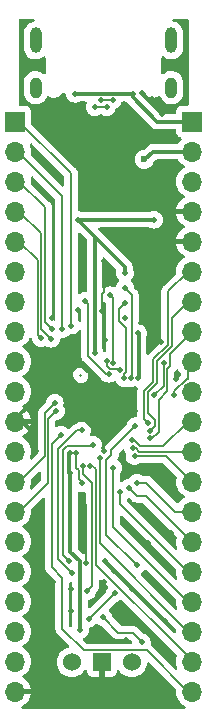
<source format=gbr>
%TF.GenerationSoftware,KiCad,Pcbnew,7.0.10*%
%TF.CreationDate,2024-01-20T01:54:22+09:00*%
%TF.ProjectId,slim,736c696d-2e6b-4696-9361-645f70636258,rev?*%
%TF.SameCoordinates,Original*%
%TF.FileFunction,Copper,L2,Bot*%
%TF.FilePolarity,Positive*%
%FSLAX46Y46*%
G04 Gerber Fmt 4.6, Leading zero omitted, Abs format (unit mm)*
G04 Created by KiCad (PCBNEW 7.0.10) date 2024-01-20 01:54:22*
%MOMM*%
%LPD*%
G01*
G04 APERTURE LIST*
G04 Aperture macros list*
%AMRotRect*
0 Rectangle, with rotation*
0 The origin of the aperture is its center*
0 $1 length*
0 $2 width*
0 $3 Rotation angle, in degrees counterclockwise*
0 Add horizontal line*
21,1,$1,$2,0,0,$3*%
G04 Aperture macros list end*
%TA.AperFunction,ComponentPad*%
%ADD10O,1.700000X1.700000*%
%TD*%
%TA.AperFunction,ComponentPad*%
%ADD11R,1.700000X1.700000*%
%TD*%
%TA.AperFunction,ComponentPad*%
%ADD12C,1.524000*%
%TD*%
%TA.AperFunction,ComponentPad*%
%ADD13R,1.524000X1.524000*%
%TD*%
%TA.AperFunction,ComponentPad*%
%ADD14RotRect,3.200000X3.200000X315.000000*%
%TD*%
%TA.AperFunction,ComponentPad*%
%ADD15O,1.000000X2.200000*%
%TD*%
%TA.AperFunction,ComponentPad*%
%ADD16O,1.000000X1.800000*%
%TD*%
%TA.AperFunction,ViaPad*%
%ADD17C,0.500000*%
%TD*%
%TA.AperFunction,ViaPad*%
%ADD18C,0.600000*%
%TD*%
%TA.AperFunction,Conductor*%
%ADD19C,0.150000*%
%TD*%
%TA.AperFunction,Conductor*%
%ADD20C,0.300000*%
%TD*%
%TA.AperFunction,Conductor*%
%ADD21C,0.200000*%
%TD*%
G04 APERTURE END LIST*
D10*
%TO.P,J2,20,Pin_20*%
%TO.N,/GPIO15*%
X85010000Y-117020000D03*
%TO.P,J2,19,Pin_19*%
%TO.N,/GPIO16*%
X85010000Y-114480000D03*
%TO.P,J2,18,Pin_18*%
%TO.N,/GPIO17*%
X85010000Y-111940000D03*
%TO.P,J2,17,Pin_17*%
%TO.N,/GPIO18*%
X85010000Y-109400000D03*
%TO.P,J2,16,Pin_16*%
%TO.N,/GPIO19*%
X85010000Y-106860000D03*
%TO.P,J2,15,Pin_15*%
%TO.N,/GPIO20*%
X85010000Y-104320000D03*
%TO.P,J2,14,Pin_14*%
%TO.N,/GPIO21*%
X85010000Y-101780000D03*
%TO.P,J2,13,Pin_13*%
%TO.N,/GPIO22*%
X85010000Y-99240000D03*
%TO.P,J2,12,Pin_12*%
%TO.N,/GPIO23*%
X85010000Y-96700000D03*
%TO.P,J2,11,Pin_11*%
%TO.N,/GPIO24*%
X85010000Y-94160000D03*
%TO.P,J2,10,Pin_10*%
%TO.N,GND*%
X85010000Y-91620000D03*
%TO.P,J2,9,Pin_9*%
%TO.N,/GPIO26_ADC0*%
X85010000Y-89080000D03*
%TO.P,J2,8,Pin_8*%
%TO.N,/GPIO27_ADC1*%
X85010000Y-86540000D03*
%TO.P,J2,7,Pin_7*%
%TO.N,/GPIO28_ADC2*%
X85010000Y-84000000D03*
%TO.P,J2,6,Pin_6*%
%TO.N,/GPIO29_ADC3*%
X85010000Y-81460000D03*
%TO.P,J2,5,Pin_5*%
%TO.N,GND*%
X85010000Y-78920000D03*
%TO.P,J2,4,Pin_4*%
X85010000Y-76380000D03*
%TO.P,J2,3,Pin_3*%
%TO.N,+3V3*%
X85010000Y-73840000D03*
%TO.P,J2,2,Pin_2*%
%TO.N,+5V*%
X85010000Y-71300000D03*
D11*
%TO.P,J2,1,Pin_1*%
%TO.N,VBUS*%
X85010000Y-68760000D03*
%TD*%
D12*
%TO.P,CH1,3,SWDIO*%
%TO.N,/SWDIO*%
X79910000Y-114530000D03*
D13*
%TO.P,CH1,2,GND*%
%TO.N,GND*%
X77370000Y-114530000D03*
D12*
%TO.P,CH1,1,SWCLK*%
%TO.N,/SWCLK*%
X74830000Y-114530000D03*
%TD*%
D14*
%TO.P,U4,57,GND*%
%TO.N,GND*%
X77538070Y-93649340D03*
%TD*%
D15*
%TO.P,J1,*%
%TO.N,*%
X71760000Y-61892500D03*
D16*
X71760000Y-65892500D03*
D15*
X83260000Y-61892500D03*
D16*
X83260000Y-65892500D03*
%TD*%
D10*
%TO.P,J8,20,Pin_20*%
%TO.N,GND*%
X70010000Y-117020000D03*
%TO.P,J8,19,Pin_19*%
%TO.N,/ADC_VREF*%
X70010000Y-114480000D03*
%TO.P,J8,18,Pin_18*%
%TO.N,/RUN*%
X70010000Y-111940000D03*
%TO.P,J8,17,Pin_17*%
%TO.N,/GPIO14*%
X70010000Y-109400000D03*
%TO.P,J8,16,Pin_16*%
%TO.N,/GPIO13*%
X70010000Y-106860000D03*
%TO.P,J8,15,Pin_15*%
%TO.N,/GPIO12*%
X70010000Y-104320000D03*
%TO.P,J8,14,Pin_14*%
%TO.N,/GPIO11*%
X70010000Y-101780000D03*
%TO.P,J8,13,Pin_13*%
%TO.N,/GPIO10*%
X70010000Y-99240000D03*
%TO.P,J8,12,Pin_12*%
%TO.N,/GPIO9*%
X70010000Y-96700000D03*
%TO.P,J8,11,Pin_11*%
%TO.N,GND*%
X70010000Y-94160000D03*
%TO.P,J8,10,Pin_10*%
%TO.N,/GPIO8*%
X70010000Y-91620000D03*
%TO.P,J8,9,Pin_9*%
%TO.N,/GPIO7*%
X70010000Y-89080000D03*
%TO.P,J8,8,Pin_8*%
%TO.N,/GPIO6*%
X70010000Y-86540000D03*
%TO.P,J8,7,Pin_7*%
%TO.N,/GPIO5*%
X70010000Y-84000000D03*
%TO.P,J8,6,Pin_6*%
%TO.N,GND*%
X70010000Y-81460000D03*
%TO.P,J8,5,Pin_5*%
%TO.N,/GPIO4*%
X70010000Y-78920000D03*
%TO.P,J8,4,Pin_4*%
%TO.N,/GPIO3*%
X70010000Y-76380000D03*
%TO.P,J8,3,Pin_3*%
%TO.N,/GPIO2*%
X70010000Y-73840000D03*
%TO.P,J8,2,Pin_2*%
%TO.N,/GPIO1*%
X70010000Y-71300000D03*
D11*
%TO.P,J8,1,Pin_1*%
%TO.N,/GPIO0*%
X70010000Y-68760000D03*
%TD*%
D17*
%TO.N,/QSPI_SD1*%
X77960000Y-90110000D03*
%TO.N,/QSPI_SS*%
X78315887Y-89194567D03*
%TO.N,GND*%
X78400000Y-106840000D03*
X77540000Y-96650000D03*
X81350000Y-87010000D03*
X83510000Y-70050000D03*
%TO.N,/QSPI_SD2*%
X77760000Y-89020000D03*
%TO.N,/QSPI_SS*%
X78070000Y-83481118D03*
%TO.N,GND*%
X75690000Y-82410000D03*
X71740000Y-102010000D03*
X73930000Y-73710000D03*
X81290000Y-104410000D03*
%TO.N,/QSPI_SD1*%
X75945000Y-83945000D03*
%TO.N,/QSPI_SD2*%
X78880000Y-89760000D03*
%TO.N,GND*%
X71770000Y-96620000D03*
X79260000Y-76000000D03*
X75760000Y-100960000D03*
X80820400Y-68923000D03*
X75890000Y-115780000D03*
X74750000Y-110200000D03*
X80210000Y-93280000D03*
X71720000Y-68760000D03*
X78790000Y-115750000D03*
X76060000Y-106160000D03*
X79440000Y-92240000D03*
X82180000Y-98070000D03*
X83200000Y-117080000D03*
X83210000Y-103640000D03*
X71770000Y-104310000D03*
X71830000Y-71560000D03*
X78890000Y-109560000D03*
X79000000Y-70190000D03*
X82720000Y-111050000D03*
X82370000Y-87400000D03*
X83200000Y-114190000D03*
X82430000Y-68122500D03*
X84330000Y-67040000D03*
X74114800Y-68973800D03*
X79190000Y-102460000D03*
X81070000Y-107070000D03*
X75890000Y-71435000D03*
X73690000Y-115670000D03*
X79940000Y-108350000D03*
X77390000Y-84820000D03*
X74080000Y-94040000D03*
X79060000Y-77910000D03*
X77550000Y-80550000D03*
X80750000Y-66320000D03*
X77520000Y-68570000D03*
X71750000Y-99180000D03*
X71670000Y-89630000D03*
X73100000Y-110550000D03*
X77550000Y-107710000D03*
X75600000Y-92720000D03*
X79420000Y-112690000D03*
X77530000Y-72050000D03*
X74260000Y-66930000D03*
X83640000Y-90530000D03*
X75980000Y-70180000D03*
X83800000Y-100420000D03*
X71820000Y-74040000D03*
X71600000Y-109320000D03*
X80690000Y-111350000D03*
X84220000Y-63970000D03*
X71750000Y-92250000D03*
X82750000Y-99390000D03*
X71800000Y-115860000D03*
X81140000Y-70140000D03*
X83420000Y-109450000D03*
X77610000Y-87300000D03*
X81990000Y-112920000D03*
X77670000Y-105990000D03*
X70690000Y-67060000D03*
X71830000Y-106830000D03*
X73110000Y-85391118D03*
X74760000Y-108370000D03*
X81610000Y-66860000D03*
X79057600Y-71967500D03*
X77100000Y-111810000D03*
X81510000Y-115210000D03*
%TO.N,/GPIO17*%
X77180000Y-97240000D03*
%TO.N,/GPIO19*%
X78920000Y-100090000D03*
%TO.N,/GPIO21*%
X80335000Y-99335000D03*
%TO.N,/GPIO23*%
X80010000Y-96410000D03*
%TO.N,/RUN*%
X77460000Y-110740000D03*
%TO.N,/GPIO26_ADC0*%
X83500000Y-91910000D03*
%TO.N,/GPIO16*%
X76380000Y-97910000D03*
%TO.N,/QSPI_SCLK*%
X79270000Y-90500000D03*
%TO.N,+3V3*%
X74700000Y-98530000D03*
%TO.N,/QSPI_SD0*%
X79350000Y-85390000D03*
%TO.N,GND*%
X75380000Y-84740000D03*
%TO.N,/GPIO3*%
X73080000Y-87150000D03*
%TO.N,+1V1*%
X82600000Y-89240000D03*
%TO.N,VBUS*%
X75068400Y-66408400D03*
%TO.N,/GPIO29_ADC3*%
X81310000Y-94310000D03*
%TO.N,/USB_D-*%
X78280400Y-66967200D03*
X77276400Y-66967200D03*
%TO.N,+1V1*%
X81800000Y-91930000D03*
%TO.N,/RUN*%
X75790000Y-97940000D03*
%TO.N,/USB_D+*%
X77772400Y-67551400D03*
%TO.N,GND*%
X81920000Y-80780000D03*
X73260000Y-107770000D03*
X82460000Y-79390000D03*
%TO.N,+3V3*%
X75310000Y-77060000D03*
%TO.N,VBUS*%
X79968400Y-66408400D03*
%TO.N,/GPIO11*%
X73490000Y-93280000D03*
%TO.N,/RUN*%
X80745000Y-112865000D03*
%TO.N,+1V1*%
X80440000Y-90460000D03*
X80440000Y-86700000D03*
%TO.N,/SWCLK*%
X75680000Y-94920000D03*
%TO.N,/GPIO10*%
X73370000Y-92590000D03*
%TO.N,/GPIO20*%
X79650000Y-99760000D03*
%TO.N,/GPIO22*%
X80130000Y-97090000D03*
%TO.N,/RUN*%
X76145000Y-108515000D03*
%TO.N,/GPIO24*%
X79890000Y-95710000D03*
%TO.N,+3V3*%
X75520624Y-111790624D03*
%TO.N,GND*%
X83480000Y-72170000D03*
%TO.N,/GPIO27_ADC1*%
X81420000Y-95560000D03*
%TO.N,GND*%
X80160000Y-101220000D03*
%TO.N,+1V1*%
X75710000Y-99370000D03*
%TO.N,/SWDIO*%
X76600000Y-96120000D03*
%TO.N,+3V3*%
X76760000Y-88400000D03*
%TO.N,/GPIO28_ADC2*%
X81420000Y-94990000D03*
%TO.N,GND*%
X70830000Y-64020000D03*
%TO.N,/GPIO2*%
X73170000Y-86350000D03*
%TO.N,+3V3*%
X81770000Y-77080000D03*
%TO.N,GND*%
X83210000Y-106630000D03*
%TO.N,/GPIO1*%
X74010000Y-86340000D03*
%TO.N,GND*%
X81000000Y-82260000D03*
%TO.N,/GPIO4*%
X72220000Y-87100000D03*
%TO.N,/SWCLK*%
X74880000Y-107010000D03*
%TO.N,GND*%
X77560000Y-76181000D03*
%TO.N,+3V3*%
X74660000Y-96810000D03*
%TO.N,/SWDIO*%
X74590000Y-105960000D03*
%TO.N,/GPIO15*%
X73931825Y-95275686D03*
%TO.N,/GPIO18*%
X78310000Y-98100000D03*
%TO.N,+3V3*%
X79310000Y-81580000D03*
%TO.N,/QSPI_SD3*%
X79310000Y-82850000D03*
%TO.N,+1V1*%
X75180000Y-96860000D03*
%TO.N,GND*%
X72710000Y-67760000D03*
%TO.N,/QSPI_SCLK*%
X79310000Y-84120000D03*
%TO.N,/GPIO0*%
X74755000Y-86040000D03*
%TO.N,/QSPI_SD3*%
X79850000Y-90490000D03*
D18*
%TO.N,+5V*%
X80957600Y-71967500D03*
D17*
%TO.N,Net-(U4-ADC_AVDD)*%
X80209756Y-94570000D03*
%TO.N,/USB_D+*%
X76768400Y-67551400D03*
%TO.N,Net-(U4-ADC_AVDD)*%
X80320000Y-106320000D03*
X76240000Y-110840000D03*
X78460000Y-108690000D03*
%TD*%
D19*
%TO.N,/QSPI_SS*%
X78315887Y-89194567D02*
X78315887Y-83727005D01*
X78315887Y-83727005D02*
X78070000Y-83481118D01*
%TO.N,/QSPI_SD1*%
X76535000Y-88955000D02*
X77690000Y-90110000D01*
X76205000Y-84205000D02*
X76205000Y-88629889D01*
X75945000Y-83945000D02*
X76205000Y-84205000D01*
X76205000Y-88629889D02*
X76530111Y-88955000D01*
X76530111Y-88955000D02*
X76535000Y-88955000D01*
X77690000Y-90110000D02*
X77960000Y-90110000D01*
%TO.N,/QSPI_SD2*%
X78085998Y-89749567D02*
X77760887Y-89424456D01*
X78890433Y-89749567D02*
X78085998Y-89749567D01*
X77760887Y-89424456D02*
X77760887Y-89020887D01*
X77760887Y-89020887D02*
X77760000Y-89020000D01*
D20*
%TO.N,GND*%
X71750000Y-92250000D02*
X70460000Y-93540000D01*
D19*
X76060000Y-106160000D02*
X76060000Y-101260000D01*
D20*
X71770000Y-96620000D02*
X71770000Y-95310000D01*
D19*
X77550000Y-83216229D02*
X77550000Y-80550000D01*
X76060000Y-101260000D02*
X75760000Y-100960000D01*
X70620000Y-94160000D02*
X70385000Y-94160000D01*
D20*
X70620000Y-94160000D02*
X70460000Y-94160000D01*
D19*
X77390000Y-84820000D02*
X77390000Y-83376229D01*
D20*
X70460000Y-93540000D02*
X70460000Y-94160000D01*
D19*
X77390000Y-83376229D02*
X77550000Y-83216229D01*
D20*
X71770000Y-95310000D02*
X70620000Y-94160000D01*
D19*
%TO.N,/QSPI_SCLK*%
X79435000Y-86259889D02*
X78795000Y-85619889D01*
X78795000Y-85619889D02*
X78795000Y-84635000D01*
X78795000Y-84635000D02*
X79310000Y-84120000D01*
X79270000Y-90154889D02*
X79435000Y-89989889D01*
X79435000Y-89989889D02*
X79435000Y-86259889D01*
X79270000Y-90500000D02*
X79270000Y-90154889D01*
%TO.N,/QSPI_SD3*%
X79905000Y-85619889D02*
X79905000Y-83445000D01*
X79885000Y-90455000D02*
X79885000Y-85639889D01*
X79850000Y-90490000D02*
X79885000Y-90455000D01*
X79885000Y-85639889D02*
X79905000Y-85619889D01*
X79905000Y-83445000D02*
X79310000Y-82850000D01*
D20*
%TO.N,+3V3*%
X76760000Y-88400000D02*
X76760000Y-78510000D01*
X79310000Y-81580000D02*
X79310000Y-81060000D01*
X75520624Y-111790624D02*
X75510000Y-111780000D01*
X74700000Y-98530000D02*
X74550000Y-98380000D01*
X81770000Y-77080000D02*
X81750000Y-77060000D01*
D19*
X74660000Y-98490000D02*
X74700000Y-98530000D01*
D20*
X79310000Y-81060000D02*
X75310000Y-77060000D01*
X74700000Y-105179045D02*
X74700000Y-98530000D01*
X75510000Y-105989045D02*
X74700000Y-105179045D01*
X75510000Y-111780000D02*
X75510000Y-105989045D01*
X74550000Y-98380000D02*
X74550000Y-96810000D01*
X81750000Y-77060000D02*
X75310000Y-77060000D01*
X76760000Y-78510000D02*
X75310000Y-77060000D01*
%TO.N,VBUS*%
X79968400Y-66408400D02*
X79968400Y-66718400D01*
X82010000Y-68760000D02*
X84560000Y-68760000D01*
X79968400Y-66718400D02*
X82010000Y-68760000D01*
X75068400Y-66408400D02*
X79968400Y-66408400D01*
D19*
%TO.N,/RUN*%
X76145000Y-108515000D02*
X76570000Y-108090000D01*
X79990000Y-112030000D02*
X80720000Y-112760000D01*
X78750000Y-112030000D02*
X79990000Y-112030000D01*
X76570000Y-99390000D02*
X75790000Y-98610000D01*
X75790000Y-98610000D02*
X75790000Y-97940000D01*
X76570000Y-108090000D02*
X76570000Y-99390000D01*
X77460000Y-110740000D02*
X78750000Y-112030000D01*
D20*
%TO.N,+5V*%
X81720955Y-71300000D02*
X84560000Y-71300000D01*
X80957600Y-71967500D02*
X81053455Y-71967500D01*
X81053455Y-71967500D02*
X81720955Y-71300000D01*
D19*
%TO.N,/GPIO0*%
X74755000Y-86040000D02*
X74755000Y-73130000D01*
X74755000Y-73130000D02*
X70385000Y-68760000D01*
%TO.N,/GPIO1*%
X74010000Y-86340000D02*
X74010000Y-75090000D01*
X74010000Y-75090000D02*
X70385000Y-71465000D01*
X70385000Y-71465000D02*
X70385000Y-71300000D01*
%TO.N,/GPIO2*%
X73170000Y-86350000D02*
X72545000Y-85725000D01*
X72545000Y-76000000D02*
X70385000Y-73840000D01*
X72545000Y-85725000D02*
X72545000Y-76000000D01*
%TO.N,/GPIO3*%
X73080000Y-87150000D02*
X73054889Y-87150000D01*
X72240000Y-78235000D02*
X70385000Y-76380000D01*
X73054889Y-87150000D02*
X72240000Y-86335111D01*
X75630000Y-90330000D02*
X75495000Y-90195000D01*
X72240000Y-86335111D02*
X72240000Y-78235000D01*
%TO.N,/GPIO4*%
X71940000Y-80475000D02*
X70385000Y-78920000D01*
X71940000Y-86820000D02*
X71940000Y-80475000D01*
X72220000Y-87100000D02*
X71940000Y-86820000D01*
%TO.N,/GPIO10*%
X72520000Y-97105000D02*
X70385000Y-99240000D01*
X72520000Y-93440000D02*
X72520000Y-97105000D01*
X73370000Y-92590000D02*
X72520000Y-93440000D01*
%TO.N,/GPIO11*%
X72820000Y-93950000D02*
X72820000Y-99345000D01*
X72820000Y-99345000D02*
X70385000Y-101780000D01*
X73490000Y-93280000D02*
X72820000Y-93950000D01*
%TO.N,/GPIO15*%
X74005000Y-107380111D02*
X74005000Y-111715000D01*
X74005000Y-111715000D02*
X75833000Y-113543000D01*
X73931825Y-95275686D02*
X73130000Y-96077511D01*
X73130000Y-106505111D02*
X74005000Y-107380111D01*
X73130000Y-96077511D02*
X73130000Y-106505111D01*
X75833000Y-113543000D02*
X81158000Y-113543000D01*
X81158000Y-113543000D02*
X84635000Y-117020000D01*
%TO.N,+1V1*%
X75390000Y-98280000D02*
X75215000Y-98105000D01*
X75215000Y-98105000D02*
X75215000Y-96860000D01*
X75710000Y-99370000D02*
X75390000Y-99050000D01*
X82600000Y-91130000D02*
X82600000Y-89240000D01*
D20*
X80440000Y-86700000D02*
X80480000Y-86740000D01*
X80480000Y-86740000D02*
X80480000Y-90460000D01*
D19*
X81810000Y-91920000D02*
X82600000Y-91130000D01*
X75390000Y-99050000D02*
X75390000Y-98280000D01*
%TO.N,/SWCLK*%
X73650000Y-105804889D02*
X74835111Y-106990000D01*
X74835111Y-106990000D02*
X74880000Y-106990000D01*
X73650000Y-96530000D02*
X73650000Y-105804889D01*
X74880000Y-107010000D02*
X74880000Y-106990000D01*
X75680000Y-94920000D02*
X75260000Y-94920000D01*
X74880000Y-106990000D02*
X74450000Y-106560000D01*
X75260000Y-94920000D02*
X73650000Y-96530000D01*
%TO.N,/SWDIO*%
X76475000Y-96245000D02*
X76600000Y-96120000D01*
X74435000Y-96245000D02*
X76475000Y-96245000D01*
X74105000Y-105455000D02*
X74590000Y-105940000D01*
X74590000Y-105940000D02*
X74590000Y-105960000D01*
X74105000Y-105455000D02*
X74105000Y-96575000D01*
X74105000Y-96575000D02*
X74435000Y-96245000D01*
%TO.N,/GPIO16*%
X76480000Y-97820000D02*
X76870000Y-98210000D01*
X76870000Y-98210000D02*
X76870000Y-106290000D01*
X84635000Y-114055000D02*
X84635000Y-114480000D01*
X76870000Y-106290000D02*
X84635000Y-114055000D01*
%TO.N,/GPIO17*%
X77170000Y-104475000D02*
X77170000Y-97260000D01*
X84635000Y-111940000D02*
X77170000Y-104475000D01*
X77170000Y-97260000D02*
X77150000Y-97240000D01*
%TO.N,/GPIO18*%
X78310000Y-103075000D02*
X84635000Y-109400000D01*
X78310000Y-98100000D02*
X78310000Y-103075000D01*
%TO.N,/GPIO19*%
X78920000Y-101145000D02*
X84635000Y-106860000D01*
X78920000Y-100090000D02*
X78920000Y-101145000D01*
D21*
%TO.N,/GPIO20*%
X84610000Y-103979756D02*
X84610000Y-104320000D01*
X79650000Y-99760000D02*
X80340000Y-100450000D01*
X80340000Y-100450000D02*
X81080244Y-100450000D01*
X81080244Y-100450000D02*
X84610000Y-103979756D01*
%TO.N,/GPIO21*%
X83560000Y-101780000D02*
X84610000Y-101780000D01*
X81115000Y-99335000D02*
X83560000Y-101780000D01*
X80335000Y-99335000D02*
X81115000Y-99335000D01*
D19*
%TO.N,/GPIO22*%
X82760000Y-97090000D02*
X84635000Y-98965000D01*
X84635000Y-98965000D02*
X84635000Y-99240000D01*
X80130000Y-97090000D02*
X82760000Y-97090000D01*
%TO.N,/GPIO23*%
X80234889Y-96410000D02*
X80524889Y-96700000D01*
X80524889Y-96700000D02*
X84635000Y-96700000D01*
X80010000Y-96410000D02*
X80234889Y-96410000D01*
%TO.N,/GPIO24*%
X82570000Y-96225000D02*
X84635000Y-94160000D01*
X80609889Y-96225000D02*
X82570000Y-96225000D01*
X79890000Y-95710000D02*
X80094889Y-95710000D01*
X80094889Y-95710000D02*
X80609889Y-96225000D01*
%TO.N,/GPIO26_ADC0*%
X84635000Y-89080000D02*
X84635000Y-90545000D01*
X83500000Y-91609720D02*
X83500000Y-91910000D01*
X84635000Y-90545000D02*
X84564720Y-90545000D01*
X84564720Y-90545000D02*
X83500000Y-91609720D01*
%TO.N,/GPIO27_ADC1*%
X81540000Y-95670000D02*
X82165000Y-95045000D01*
X83150000Y-89005111D02*
X83150000Y-88410000D01*
X82165000Y-95045000D02*
X82165000Y-92349889D01*
X82165000Y-92349889D02*
X82900000Y-91614889D01*
X82900000Y-89724889D02*
X83155000Y-89469889D01*
X83155000Y-89469889D02*
X83155000Y-89010111D01*
X82900000Y-91614889D02*
X82900000Y-89724889D01*
X83150000Y-88410000D02*
X84635000Y-86925000D01*
X84635000Y-86925000D02*
X84635000Y-86540000D01*
X83155000Y-89010111D02*
X83150000Y-89005111D01*
%TO.N,/GPIO28_ADC2*%
X81865000Y-94059889D02*
X81245000Y-93439889D01*
X81245000Y-91700111D02*
X82030000Y-90915111D01*
X83280000Y-87770000D02*
X83280000Y-85355000D01*
X83280000Y-85355000D02*
X84635000Y-84000000D01*
X82030000Y-89020000D02*
X83280000Y-87770000D01*
X82030000Y-90915111D02*
X82030000Y-89020000D01*
X81865000Y-94545000D02*
X81865000Y-94059889D01*
X81420000Y-94990000D02*
X81865000Y-94545000D01*
X81245000Y-93439889D02*
X81245000Y-91700111D01*
%TO.N,/GPIO29_ADC3*%
X80945000Y-93945000D02*
X80945000Y-91575847D01*
X82980000Y-87645736D02*
X82980000Y-83115000D01*
X81310000Y-94310000D02*
X80945000Y-93945000D01*
X81730000Y-90790847D02*
X81730000Y-88895736D01*
X81730000Y-88895736D02*
X82980000Y-87645736D01*
X80945000Y-91575847D02*
X81730000Y-90790847D01*
X82980000Y-83115000D02*
X84635000Y-81460000D01*
%TO.N,/USB_D-*%
X77276400Y-66967200D02*
X78280400Y-66967200D01*
%TO.N,/USB_D+*%
X76768400Y-67551400D02*
X77772400Y-67551400D01*
D21*
%TO.N,Net-(U4-ADC_AVDD)*%
X76240000Y-110840000D02*
X76310000Y-110840000D01*
X80209756Y-94570000D02*
X78180000Y-96599756D01*
X77750000Y-103750000D02*
X80320000Y-106320000D01*
X78180000Y-96599756D02*
X78180000Y-97010000D01*
X78180000Y-97010000D02*
X77730000Y-97460000D01*
X77750000Y-99110000D02*
X77750000Y-103750000D01*
X76310000Y-110840000D02*
X78460000Y-108690000D01*
X77730000Y-97460000D02*
X77730000Y-99090000D01*
X77730000Y-99090000D02*
X77750000Y-99110000D01*
%TD*%
%TA.AperFunction,Conductor*%
%TO.N,GND*%
G36*
X72473834Y-100607559D02*
G01*
X72529767Y-100649431D01*
X72554184Y-100714895D01*
X72554500Y-100723741D01*
X72554500Y-106459271D01*
X72553439Y-106475456D01*
X72549535Y-106505108D01*
X72553969Y-106538793D01*
X72553988Y-106538946D01*
X72569313Y-106655346D01*
X72569314Y-106655350D01*
X72607808Y-106748282D01*
X72625456Y-106790889D01*
X72627302Y-106795344D01*
X72676911Y-106859996D01*
X72698860Y-106888601D01*
X72698867Y-106888610D01*
X72719545Y-106915558D01*
X72719547Y-106915559D01*
X72719549Y-106915562D01*
X72743286Y-106933776D01*
X72755479Y-106944470D01*
X73393181Y-107582172D01*
X73426666Y-107643495D01*
X73429500Y-107669853D01*
X73429500Y-111669160D01*
X73428439Y-111685345D01*
X73424535Y-111714997D01*
X73428969Y-111748682D01*
X73428988Y-111748835D01*
X73444313Y-111865235D01*
X73444314Y-111865239D01*
X73475281Y-111939999D01*
X73476548Y-111943058D01*
X73502302Y-112005233D01*
X73513863Y-112020299D01*
X73573860Y-112098490D01*
X73573867Y-112098499D01*
X73594545Y-112125447D01*
X73594547Y-112125448D01*
X73594549Y-112125451D01*
X73618286Y-112143665D01*
X73630479Y-112154359D01*
X74574880Y-113098760D01*
X74608365Y-113160083D01*
X74603381Y-113229775D01*
X74561509Y-113285708D01*
X74519293Y-113306216D01*
X74396555Y-113339104D01*
X74396548Y-113339107D01*
X74196340Y-113432465D01*
X74196338Y-113432466D01*
X74015377Y-113559175D01*
X73859175Y-113715377D01*
X73732466Y-113896338D01*
X73732465Y-113896340D01*
X73639107Y-114096548D01*
X73639104Y-114096554D01*
X73581930Y-114309929D01*
X73581929Y-114309937D01*
X73562677Y-114529997D01*
X73562677Y-114530002D01*
X73581929Y-114750062D01*
X73581930Y-114750070D01*
X73639104Y-114963445D01*
X73639105Y-114963447D01*
X73639106Y-114963450D01*
X73650330Y-114987519D01*
X73732466Y-115163662D01*
X73732468Y-115163666D01*
X73859170Y-115344615D01*
X73859175Y-115344621D01*
X74015378Y-115500824D01*
X74015384Y-115500829D01*
X74196333Y-115627531D01*
X74196335Y-115627532D01*
X74196338Y-115627534D01*
X74396550Y-115720894D01*
X74609932Y-115778070D01*
X74767123Y-115791822D01*
X74829998Y-115797323D01*
X74830000Y-115797323D01*
X74830002Y-115797323D01*
X74885017Y-115792509D01*
X75050068Y-115778070D01*
X75263450Y-115720894D01*
X75463662Y-115627534D01*
X75644620Y-115500826D01*
X75800826Y-115344620D01*
X75882425Y-115228083D01*
X75937002Y-115184459D01*
X76006500Y-115177265D01*
X76068855Y-115208788D01*
X76104269Y-115269017D01*
X76108000Y-115299207D01*
X76108000Y-115339844D01*
X76114401Y-115399372D01*
X76114403Y-115399379D01*
X76164645Y-115534086D01*
X76164649Y-115534093D01*
X76250809Y-115649187D01*
X76250812Y-115649190D01*
X76365906Y-115735350D01*
X76365913Y-115735354D01*
X76500620Y-115785596D01*
X76500627Y-115785598D01*
X76560155Y-115791999D01*
X76560172Y-115792000D01*
X77120000Y-115792000D01*
X77120000Y-114965501D01*
X77227685Y-115014680D01*
X77334237Y-115030000D01*
X77405763Y-115030000D01*
X77512315Y-115014680D01*
X77620000Y-114965501D01*
X77620000Y-115792000D01*
X78179828Y-115792000D01*
X78179844Y-115791999D01*
X78239372Y-115785598D01*
X78239379Y-115785596D01*
X78374086Y-115735354D01*
X78374093Y-115735350D01*
X78489187Y-115649190D01*
X78489190Y-115649187D01*
X78575350Y-115534093D01*
X78575354Y-115534086D01*
X78625596Y-115399379D01*
X78625598Y-115399372D01*
X78631999Y-115339844D01*
X78632000Y-115339827D01*
X78632000Y-115299207D01*
X78651685Y-115232168D01*
X78704489Y-115186413D01*
X78773647Y-115176469D01*
X78837203Y-115205494D01*
X78857573Y-115228082D01*
X78886236Y-115269017D01*
X78939170Y-115344615D01*
X78939175Y-115344621D01*
X79095378Y-115500824D01*
X79095384Y-115500829D01*
X79276333Y-115627531D01*
X79276335Y-115627532D01*
X79276338Y-115627534D01*
X79476550Y-115720894D01*
X79689932Y-115778070D01*
X79847123Y-115791822D01*
X79909998Y-115797323D01*
X79910000Y-115797323D01*
X79910002Y-115797323D01*
X79965017Y-115792509D01*
X80130068Y-115778070D01*
X80343450Y-115720894D01*
X80543662Y-115627534D01*
X80724620Y-115500826D01*
X80880826Y-115344620D01*
X81007534Y-115163662D01*
X81100894Y-114963450D01*
X81158070Y-114750068D01*
X81166520Y-114653480D01*
X81191971Y-114588414D01*
X81248561Y-114547435D01*
X81318323Y-114543556D01*
X81377728Y-114576608D01*
X83626871Y-116825751D01*
X83660356Y-116887074D01*
X83662718Y-116924238D01*
X83654341Y-117019996D01*
X83654341Y-117020000D01*
X83674936Y-117255403D01*
X83674938Y-117255413D01*
X83736094Y-117483655D01*
X83736096Y-117483659D01*
X83736097Y-117483663D01*
X83803302Y-117627784D01*
X83835965Y-117697830D01*
X83835967Y-117697834D01*
X83867915Y-117743460D01*
X83971505Y-117891401D01*
X84138599Y-118058495D01*
X84235384Y-118126265D01*
X84332165Y-118194032D01*
X84332167Y-118194033D01*
X84332170Y-118194035D01*
X84394539Y-118223118D01*
X84446978Y-118269290D01*
X84466130Y-118336484D01*
X84445914Y-118403365D01*
X84392749Y-118448700D01*
X84342134Y-118459500D01*
X70676682Y-118459500D01*
X70609643Y-118439815D01*
X70563888Y-118387011D01*
X70553944Y-118317853D01*
X70582969Y-118254297D01*
X70624277Y-118223118D01*
X70687578Y-118193600D01*
X70881082Y-118058105D01*
X71048105Y-117891082D01*
X71183600Y-117697578D01*
X71283429Y-117483492D01*
X71283432Y-117483486D01*
X71340636Y-117270000D01*
X70443686Y-117270000D01*
X70469493Y-117229844D01*
X70510000Y-117091889D01*
X70510000Y-116948111D01*
X70469493Y-116810156D01*
X70443686Y-116770000D01*
X71340636Y-116770000D01*
X71340635Y-116769999D01*
X71283432Y-116556513D01*
X71283429Y-116556507D01*
X71183600Y-116342422D01*
X71183599Y-116342420D01*
X71048113Y-116148926D01*
X71048108Y-116148920D01*
X70881078Y-115981890D01*
X70695405Y-115851879D01*
X70651780Y-115797302D01*
X70644588Y-115727804D01*
X70676110Y-115665449D01*
X70695406Y-115648730D01*
X70725677Y-115627534D01*
X70881401Y-115518495D01*
X71048495Y-115351401D01*
X71184035Y-115157830D01*
X71283903Y-114943663D01*
X71345063Y-114715408D01*
X71365659Y-114480000D01*
X71345063Y-114244592D01*
X71283903Y-114016337D01*
X71184035Y-113802171D01*
X71123262Y-113715377D01*
X71048494Y-113608597D01*
X70881402Y-113441506D01*
X70881396Y-113441501D01*
X70695842Y-113311575D01*
X70652217Y-113256998D01*
X70645023Y-113187500D01*
X70676546Y-113125145D01*
X70695842Y-113108425D01*
X70718026Y-113092891D01*
X70881401Y-112978495D01*
X71048495Y-112811401D01*
X71184035Y-112617830D01*
X71283903Y-112403663D01*
X71345063Y-112175408D01*
X71365659Y-111940000D01*
X71345063Y-111704592D01*
X71283903Y-111476337D01*
X71184035Y-111262171D01*
X71048495Y-111068599D01*
X71048494Y-111068597D01*
X70881402Y-110901506D01*
X70881396Y-110901501D01*
X70695842Y-110771575D01*
X70652217Y-110716998D01*
X70645023Y-110647500D01*
X70676546Y-110585145D01*
X70695842Y-110568425D01*
X70718026Y-110552891D01*
X70881401Y-110438495D01*
X71048495Y-110271401D01*
X71184035Y-110077830D01*
X71283903Y-109863663D01*
X71345063Y-109635408D01*
X71365659Y-109400000D01*
X71345063Y-109164592D01*
X71283903Y-108936337D01*
X71184035Y-108722171D01*
X71156650Y-108683060D01*
X71048494Y-108528597D01*
X70881402Y-108361506D01*
X70881396Y-108361501D01*
X70695842Y-108231575D01*
X70652217Y-108176998D01*
X70645023Y-108107500D01*
X70676546Y-108045145D01*
X70695842Y-108028425D01*
X70718026Y-108012891D01*
X70881401Y-107898495D01*
X71048495Y-107731401D01*
X71184035Y-107537830D01*
X71283903Y-107323663D01*
X71345063Y-107095408D01*
X71365659Y-106860000D01*
X71345063Y-106624592D01*
X71283903Y-106396337D01*
X71184035Y-106182171D01*
X71118054Y-106087939D01*
X71048494Y-105988597D01*
X70881402Y-105821506D01*
X70881396Y-105821501D01*
X70695842Y-105691575D01*
X70652217Y-105636998D01*
X70645023Y-105567500D01*
X70676546Y-105505145D01*
X70695842Y-105488425D01*
X70718026Y-105472891D01*
X70881401Y-105358495D01*
X71048495Y-105191401D01*
X71184035Y-104997830D01*
X71283903Y-104783663D01*
X71345063Y-104555408D01*
X71365659Y-104320000D01*
X71345063Y-104084592D01*
X71283903Y-103856337D01*
X71184035Y-103642171D01*
X71048495Y-103448599D01*
X71048494Y-103448597D01*
X70881402Y-103281506D01*
X70881396Y-103281501D01*
X70695842Y-103151575D01*
X70652217Y-103096998D01*
X70645023Y-103027500D01*
X70676546Y-102965145D01*
X70695842Y-102948425D01*
X70803647Y-102872939D01*
X70881401Y-102818495D01*
X71048495Y-102651401D01*
X71184035Y-102457830D01*
X71283903Y-102243663D01*
X71345063Y-102015408D01*
X71365659Y-101780000D01*
X71357280Y-101684238D01*
X71371046Y-101615741D01*
X71393124Y-101585754D01*
X72342820Y-100636059D01*
X72404142Y-100602575D01*
X72473834Y-100607559D01*
G37*
%TD.AperFunction*%
%TA.AperFunction,Conductor*%
G36*
X79052291Y-109289807D02*
G01*
X79071872Y-109305752D01*
X83695270Y-113929150D01*
X83728755Y-113990473D01*
X83727364Y-114048923D01*
X83674939Y-114244583D01*
X83674936Y-114244596D01*
X83654341Y-114479999D01*
X83654341Y-114480000D01*
X83674936Y-114715403D01*
X83674938Y-114715413D01*
X83736094Y-114943655D01*
X83736099Y-114943669D01*
X83756547Y-114987519D01*
X83767039Y-115056596D01*
X83738519Y-115120380D01*
X83680042Y-115158619D01*
X83610175Y-115159173D01*
X83556484Y-115127604D01*
X81597359Y-113168479D01*
X81586665Y-113156286D01*
X81568451Y-113132549D01*
X81568448Y-113132547D01*
X81568447Y-113132545D01*
X81541499Y-113111867D01*
X81541487Y-113111857D01*
X81541487Y-113111858D01*
X81533505Y-113105733D01*
X81492303Y-113049304D01*
X81485773Y-112993474D01*
X81487461Y-112978498D01*
X81500249Y-112865000D01*
X81494210Y-112811401D01*
X81481314Y-112696943D01*
X81425454Y-112537305D01*
X81425452Y-112537302D01*
X81335481Y-112394115D01*
X81335476Y-112394109D01*
X81215890Y-112274523D01*
X81215884Y-112274518D01*
X81072697Y-112184547D01*
X81072691Y-112184544D01*
X80923633Y-112132387D01*
X80876906Y-112103026D01*
X80429359Y-111655479D01*
X80418665Y-111643286D01*
X80400451Y-111619549D01*
X80400448Y-111619547D01*
X80400447Y-111619545D01*
X80373499Y-111598867D01*
X80373489Y-111598859D01*
X80280235Y-111527303D01*
X80280233Y-111527302D01*
X80263705Y-111520456D01*
X80140236Y-111469313D01*
X80117090Y-111466265D01*
X80023835Y-111453988D01*
X80023682Y-111453969D01*
X80012649Y-111452516D01*
X79990000Y-111449535D01*
X79989998Y-111449535D01*
X79989997Y-111449535D01*
X79960345Y-111453439D01*
X79944160Y-111454500D01*
X79039742Y-111454500D01*
X78972703Y-111434815D01*
X78952061Y-111418181D01*
X78238484Y-110704604D01*
X78204999Y-110643281D01*
X78202946Y-110630821D01*
X78196313Y-110571941D01*
X78140456Y-110412310D01*
X78140455Y-110412308D01*
X78140452Y-110412302D01*
X78050481Y-110269115D01*
X78050476Y-110269109D01*
X77977981Y-110196614D01*
X77944496Y-110135291D01*
X77949480Y-110065599D01*
X77977979Y-110021254D01*
X78535240Y-109463993D01*
X78596561Y-109430510D01*
X78609024Y-109428457D01*
X78628059Y-109426313D01*
X78787690Y-109370456D01*
X78866891Y-109320690D01*
X78918219Y-109288439D01*
X78985455Y-109269439D01*
X79052291Y-109289807D01*
G37*
%TD.AperFunction*%
%TA.AperFunction,Conductor*%
G36*
X76943334Y-111300547D02*
G01*
X76983491Y-111326355D01*
X76983667Y-111326136D01*
X76985813Y-111327847D01*
X76987681Y-111329048D01*
X76989109Y-111330476D01*
X76989115Y-111330481D01*
X77132302Y-111420452D01*
X77132308Y-111420455D01*
X77132310Y-111420456D01*
X77291941Y-111476313D01*
X77350806Y-111482945D01*
X77415219Y-111510010D01*
X77424604Y-111518484D01*
X78310642Y-112404522D01*
X78321337Y-112416717D01*
X78339549Y-112440451D01*
X78351689Y-112449767D01*
X78366508Y-112461138D01*
X78366511Y-112461140D01*
X78369729Y-112463609D01*
X78369732Y-112463612D01*
X78443825Y-112520465D01*
X78443826Y-112520466D01*
X78459765Y-112532697D01*
X78459769Y-112532699D01*
X78470882Y-112537302D01*
X78599764Y-112590687D01*
X78712280Y-112605500D01*
X78712283Y-112605500D01*
X78716293Y-112606028D01*
X78716319Y-112606031D01*
X78749999Y-112610465D01*
X78750000Y-112610465D01*
X78750001Y-112610465D01*
X78779655Y-112606561D01*
X78795840Y-112605500D01*
X79700258Y-112605500D01*
X79767297Y-112625185D01*
X79787939Y-112641819D01*
X79901939Y-112755819D01*
X79935424Y-112817142D01*
X79930440Y-112886834D01*
X79888568Y-112942767D01*
X79823104Y-112967184D01*
X79814258Y-112967500D01*
X76122742Y-112967500D01*
X76055703Y-112947815D01*
X76035061Y-112931181D01*
X75785360Y-112681480D01*
X75751875Y-112620157D01*
X75756859Y-112550465D01*
X75798731Y-112494532D01*
X75832087Y-112476757D01*
X75848314Y-112471080D01*
X75848317Y-112471077D01*
X75848321Y-112471076D01*
X75991508Y-112381105D01*
X75991509Y-112381104D01*
X75991514Y-112381101D01*
X76111101Y-112261514D01*
X76165202Y-112175413D01*
X76201076Y-112118321D01*
X76201078Y-112118318D01*
X76201078Y-112118316D01*
X76201080Y-112118314D01*
X76256937Y-111958683D01*
X76256937Y-111958682D01*
X76256938Y-111958680D01*
X76275873Y-111790626D01*
X76275873Y-111790622D01*
X76271602Y-111752720D01*
X76267569Y-111716926D01*
X76279623Y-111648106D01*
X76326972Y-111596726D01*
X76376904Y-111579823D01*
X76408059Y-111576313D01*
X76567690Y-111520456D01*
X76567692Y-111520454D01*
X76567694Y-111520454D01*
X76567697Y-111520452D01*
X76710884Y-111430481D01*
X76710885Y-111430480D01*
X76710890Y-111430477D01*
X76812319Y-111329048D01*
X76873642Y-111295563D01*
X76943334Y-111300547D01*
G37*
%TD.AperFunction*%
%TA.AperFunction,Conductor*%
G36*
X77650703Y-105770029D02*
G01*
X77657181Y-105776061D01*
X83626871Y-111745751D01*
X83660356Y-111807074D01*
X83662718Y-111844238D01*
X83654341Y-111939996D01*
X83654341Y-111939998D01*
X83655373Y-111951800D01*
X83641603Y-112020299D01*
X83592985Y-112070480D01*
X83524956Y-112086411D01*
X83459114Y-112063032D01*
X83444163Y-112050283D01*
X77481819Y-106087939D01*
X77448334Y-106026616D01*
X77445500Y-106000258D01*
X77445500Y-105863742D01*
X77465185Y-105796703D01*
X77517989Y-105750948D01*
X77587147Y-105741004D01*
X77650703Y-105770029D01*
G37*
%TD.AperFunction*%
%TA.AperFunction,Conductor*%
G36*
X74749384Y-107750532D02*
G01*
X74813798Y-107777599D01*
X74853353Y-107835194D01*
X74859500Y-107873752D01*
X74859500Y-111396443D01*
X74842278Y-111456224D01*
X74843188Y-111456662D01*
X74840611Y-111462011D01*
X74840497Y-111462410D01*
X74840167Y-111462934D01*
X74834489Y-111479162D01*
X74793767Y-111535937D01*
X74728814Y-111561684D01*
X74660252Y-111548227D01*
X74629767Y-111525887D01*
X74616819Y-111512939D01*
X74583334Y-111451616D01*
X74580500Y-111425258D01*
X74580500Y-107870259D01*
X74600185Y-107803220D01*
X74652989Y-107757465D01*
X74718384Y-107747039D01*
X74749384Y-107750532D01*
G37*
%TD.AperFunction*%
%TA.AperFunction,Conductor*%
G36*
X81129340Y-106708804D02*
G01*
X81136780Y-106715660D01*
X83626871Y-109205751D01*
X83660356Y-109267074D01*
X83662718Y-109304238D01*
X83654341Y-109399996D01*
X83654341Y-109400000D01*
X83674936Y-109635403D01*
X83674938Y-109635413D01*
X83736094Y-109863655D01*
X83736099Y-109863669D01*
X83756547Y-109907519D01*
X83767039Y-109976596D01*
X83738519Y-110040380D01*
X83680042Y-110078619D01*
X83610175Y-110079173D01*
X83556484Y-110047604D01*
X80672672Y-107163792D01*
X80639187Y-107102469D01*
X80644171Y-107032777D01*
X80686043Y-106976844D01*
X80694364Y-106971128D01*
X80790890Y-106910477D01*
X80910477Y-106790890D01*
X80944107Y-106737368D01*
X80996438Y-106691079D01*
X81065491Y-106680429D01*
X81129340Y-106708804D01*
G37*
%TD.AperFunction*%
%TA.AperFunction,Conductor*%
G36*
X77350703Y-107585029D02*
G01*
X77357181Y-107591061D01*
X77844248Y-108078128D01*
X77877733Y-108139451D01*
X77872749Y-108209143D01*
X77861561Y-108231781D01*
X77779544Y-108362308D01*
X77723687Y-108521940D01*
X77723687Y-108521943D01*
X77721543Y-108540966D01*
X77694473Y-108605379D01*
X77686004Y-108614759D01*
X76372181Y-109928583D01*
X76310858Y-109962068D01*
X76241166Y-109957084D01*
X76185233Y-109915212D01*
X76160816Y-109849748D01*
X76160500Y-109840902D01*
X76160500Y-109379315D01*
X76180185Y-109312276D01*
X76232989Y-109266521D01*
X76270612Y-109256095D01*
X76313059Y-109251313D01*
X76472690Y-109195456D01*
X76472693Y-109195453D01*
X76472697Y-109195452D01*
X76615884Y-109105481D01*
X76615885Y-109105480D01*
X76615890Y-109105477D01*
X76735477Y-108985890D01*
X76766609Y-108936344D01*
X76825452Y-108842697D01*
X76825455Y-108842691D01*
X76825456Y-108842690D01*
X76881313Y-108683059D01*
X76887945Y-108624190D01*
X76915010Y-108559779D01*
X76923474Y-108550404D01*
X76944527Y-108529351D01*
X76956706Y-108518670D01*
X76980451Y-108500451D01*
X76997405Y-108478356D01*
X77003610Y-108470269D01*
X77003612Y-108470268D01*
X77072699Y-108380233D01*
X77130687Y-108240235D01*
X77130688Y-108240229D01*
X77131043Y-108237539D01*
X77145500Y-108127721D01*
X77145500Y-108127719D01*
X77150466Y-108090000D01*
X77150466Y-108089998D01*
X77146561Y-108060337D01*
X77145500Y-108044152D01*
X77145500Y-107678742D01*
X77165185Y-107611703D01*
X77217989Y-107565948D01*
X77287147Y-107556004D01*
X77350703Y-107585029D01*
G37*
%TD.AperFunction*%
%TA.AperFunction,Conductor*%
G36*
X79090703Y-102130029D02*
G01*
X79097181Y-102136061D01*
X83626871Y-106665751D01*
X83660356Y-106727074D01*
X83662718Y-106764238D01*
X83654341Y-106859996D01*
X83654341Y-106860000D01*
X83674936Y-107095403D01*
X83674938Y-107095413D01*
X83736094Y-107323655D01*
X83736099Y-107323669D01*
X83756547Y-107367519D01*
X83767039Y-107436596D01*
X83738519Y-107500380D01*
X83680042Y-107538619D01*
X83610175Y-107539173D01*
X83556484Y-107507604D01*
X78921819Y-102872939D01*
X78888334Y-102811616D01*
X78885500Y-102785258D01*
X78885500Y-102223742D01*
X78905185Y-102156703D01*
X78957989Y-102110948D01*
X79027147Y-102101004D01*
X79090703Y-102130029D01*
G37*
%TD.AperFunction*%
%TA.AperFunction,Conductor*%
G36*
X75515455Y-100097046D02*
G01*
X75541939Y-100106313D01*
X75709997Y-100125249D01*
X75710000Y-100125249D01*
X75710002Y-100125249D01*
X75816831Y-100113211D01*
X75856616Y-100108729D01*
X75925438Y-100120783D01*
X75976817Y-100168132D01*
X75994500Y-100231949D01*
X75994500Y-105254237D01*
X75974815Y-105321276D01*
X75922011Y-105367031D01*
X75852853Y-105376975D01*
X75789297Y-105347950D01*
X75782819Y-105341918D01*
X75386819Y-104945918D01*
X75353334Y-104884595D01*
X75350500Y-104858237D01*
X75350500Y-100214087D01*
X75370185Y-100147048D01*
X75422989Y-100101293D01*
X75492147Y-100091349D01*
X75515455Y-100097046D01*
G37*
%TD.AperFunction*%
%TA.AperFunction,Conductor*%
G36*
X79700703Y-100660384D02*
G01*
X79707181Y-100666416D01*
X79881799Y-100841034D01*
X79892493Y-100853228D01*
X79911718Y-100878282D01*
X80011166Y-100954591D01*
X80037159Y-100974536D01*
X80183238Y-101035044D01*
X80261619Y-101045363D01*
X80339999Y-101055682D01*
X80340000Y-101055682D01*
X80371302Y-101051560D01*
X80387487Y-101050500D01*
X80780147Y-101050500D01*
X80847186Y-101070185D01*
X80867828Y-101086819D01*
X83664605Y-103883596D01*
X83698090Y-103944919D01*
X83696699Y-104003368D01*
X83674937Y-104084589D01*
X83674937Y-104084590D01*
X83654341Y-104319999D01*
X83654341Y-104320000D01*
X83674936Y-104555403D01*
X83674938Y-104555413D01*
X83736094Y-104783655D01*
X83736099Y-104783669D01*
X83756547Y-104827519D01*
X83767039Y-104896596D01*
X83738519Y-104960380D01*
X83680042Y-104998619D01*
X83610175Y-104999173D01*
X83556484Y-104967604D01*
X79531819Y-100942939D01*
X79498334Y-100881616D01*
X79495500Y-100855258D01*
X79495500Y-100754097D01*
X79515185Y-100687058D01*
X79567989Y-100641303D01*
X79637147Y-100631359D01*
X79700703Y-100660384D01*
G37*
%TD.AperFunction*%
%TA.AperFunction,Conductor*%
G36*
X79207415Y-96524087D02*
G01*
X79263349Y-96565958D01*
X79281123Y-96599314D01*
X79329542Y-96737686D01*
X79329543Y-96737690D01*
X79380384Y-96818601D01*
X79399384Y-96885837D01*
X79394288Y-96914938D01*
X79395236Y-96915155D01*
X79393685Y-96921946D01*
X79374751Y-97089997D01*
X79374751Y-97090002D01*
X79393685Y-97258056D01*
X79449545Y-97417694D01*
X79449547Y-97417697D01*
X79539518Y-97560884D01*
X79539523Y-97560890D01*
X79659109Y-97680476D01*
X79659115Y-97680481D01*
X79802302Y-97770452D01*
X79802305Y-97770454D01*
X79802309Y-97770455D01*
X79802310Y-97770456D01*
X79874913Y-97795860D01*
X79961943Y-97826314D01*
X80129997Y-97845249D01*
X80130000Y-97845249D01*
X80130003Y-97845249D01*
X80298056Y-97826314D01*
X80298059Y-97826313D01*
X80457690Y-97770456D01*
X80594478Y-97684506D01*
X80660450Y-97665500D01*
X82470258Y-97665500D01*
X82537297Y-97685185D01*
X82557939Y-97701819D01*
X83663572Y-98807452D01*
X83697057Y-98868775D01*
X83695666Y-98927224D01*
X83674937Y-99004589D01*
X83674937Y-99004590D01*
X83654341Y-99239999D01*
X83654341Y-99240000D01*
X83674936Y-99475403D01*
X83674938Y-99475413D01*
X83736094Y-99703655D01*
X83736096Y-99703659D01*
X83736097Y-99703663D01*
X83815635Y-99874232D01*
X83835965Y-99917830D01*
X83835967Y-99917834D01*
X83914835Y-100030468D01*
X83967942Y-100106313D01*
X83971501Y-100111395D01*
X83971506Y-100111402D01*
X84138597Y-100278493D01*
X84138603Y-100278498D01*
X84324158Y-100408425D01*
X84367783Y-100463002D01*
X84374977Y-100532500D01*
X84343454Y-100594855D01*
X84324158Y-100611575D01*
X84138597Y-100741505D01*
X83971505Y-100908597D01*
X83877665Y-101042616D01*
X83823088Y-101086241D01*
X83753590Y-101093435D01*
X83691235Y-101061912D01*
X83688409Y-101059174D01*
X81573199Y-98943964D01*
X81562504Y-98931769D01*
X81543283Y-98906719D01*
X81543282Y-98906718D01*
X81417841Y-98810464D01*
X81410569Y-98807452D01*
X81271762Y-98749956D01*
X81271760Y-98749955D01*
X81154361Y-98734500D01*
X81115000Y-98729318D01*
X81083697Y-98733439D01*
X81067513Y-98734500D01*
X80825663Y-98734500D01*
X80759691Y-98715494D01*
X80662692Y-98654545D01*
X80662691Y-98654544D01*
X80662690Y-98654544D01*
X80624370Y-98641135D01*
X80503056Y-98598685D01*
X80335003Y-98579751D01*
X80334997Y-98579751D01*
X80166943Y-98598685D01*
X80007305Y-98654545D01*
X80007302Y-98654547D01*
X79864115Y-98744518D01*
X79864109Y-98744523D01*
X79744521Y-98864111D01*
X79744520Y-98864113D01*
X79688389Y-98953443D01*
X79636054Y-98999734D01*
X79597280Y-99010690D01*
X79481944Y-99023685D01*
X79322305Y-99079545D01*
X79322302Y-99079547D01*
X79179115Y-99169518D01*
X79097181Y-99251452D01*
X79035857Y-99284936D01*
X78966166Y-99279952D01*
X78910232Y-99238080D01*
X78885816Y-99172615D01*
X78885500Y-99163770D01*
X78885500Y-98630449D01*
X78904507Y-98564476D01*
X78905956Y-98562171D01*
X78990456Y-98427690D01*
X79046313Y-98268059D01*
X79046313Y-98268058D01*
X79046314Y-98268056D01*
X79065249Y-98100002D01*
X79065249Y-98099997D01*
X79046314Y-97931943D01*
X78990454Y-97772305D01*
X78990452Y-97772302D01*
X78900481Y-97629115D01*
X78900476Y-97629109D01*
X78780890Y-97509523D01*
X78780887Y-97509521D01*
X78742673Y-97485509D01*
X78696382Y-97433174D01*
X78685735Y-97364121D01*
X78701263Y-97318509D01*
X78704532Y-97312845D01*
X78704536Y-97312841D01*
X78765044Y-97166762D01*
X78779034Y-97060500D01*
X78785682Y-97010000D01*
X78781561Y-96978697D01*
X78780500Y-96962512D01*
X78780500Y-96899852D01*
X78800185Y-96832813D01*
X78816815Y-96812175D01*
X79076404Y-96552586D01*
X79137724Y-96519103D01*
X79207415Y-96524087D01*
G37*
%TD.AperFunction*%
%TA.AperFunction,Conductor*%
G36*
X72163834Y-98377559D02*
G01*
X72219767Y-98419431D01*
X72244184Y-98484895D01*
X72244500Y-98493741D01*
X72244500Y-99055257D01*
X72224815Y-99122296D01*
X72208181Y-99142938D01*
X71463516Y-99887603D01*
X71402193Y-99921088D01*
X71332501Y-99916104D01*
X71276568Y-99874232D01*
X71252151Y-99808768D01*
X71263453Y-99747517D01*
X71283903Y-99703663D01*
X71345063Y-99475408D01*
X71365659Y-99240000D01*
X71357280Y-99144238D01*
X71371046Y-99075741D01*
X71393124Y-99045754D01*
X72032820Y-98406059D01*
X72094142Y-98372575D01*
X72163834Y-98377559D01*
G37*
%TD.AperFunction*%
%TA.AperFunction,Conductor*%
G36*
X75585743Y-86394748D02*
G01*
X75624115Y-86453138D01*
X75629500Y-86489284D01*
X75629500Y-88584049D01*
X75628439Y-88600234D01*
X75624535Y-88629886D01*
X75628969Y-88663571D01*
X75628988Y-88663724D01*
X75644313Y-88780124D01*
X75644314Y-88780128D01*
X75675276Y-88854876D01*
X75702301Y-88920121D01*
X75773856Y-89013374D01*
X75773867Y-89013388D01*
X75794545Y-89040336D01*
X75794547Y-89040337D01*
X75794549Y-89040340D01*
X75818286Y-89058554D01*
X75830479Y-89069248D01*
X76090753Y-89329522D01*
X76101448Y-89341717D01*
X76119660Y-89365451D01*
X76131800Y-89374767D01*
X76146619Y-89386138D01*
X76146620Y-89386139D01*
X76149842Y-89388611D01*
X76149843Y-89388612D01*
X76164410Y-89399790D01*
X76176603Y-89410483D01*
X77250642Y-90484522D01*
X77261337Y-90496717D01*
X77279549Y-90520451D01*
X77280236Y-90520978D01*
X77306508Y-90541138D01*
X77306529Y-90541155D01*
X77400044Y-90612911D01*
X77412239Y-90623606D01*
X77489109Y-90700476D01*
X77489115Y-90700481D01*
X77632302Y-90790452D01*
X77632305Y-90790454D01*
X77632309Y-90790455D01*
X77632310Y-90790456D01*
X77704913Y-90815860D01*
X77791943Y-90846314D01*
X77959997Y-90865249D01*
X77960000Y-90865249D01*
X77960003Y-90865249D01*
X78128056Y-90846314D01*
X78128059Y-90846313D01*
X78287690Y-90790456D01*
X78354308Y-90748597D01*
X78392798Y-90724412D01*
X78460035Y-90705411D01*
X78526870Y-90725778D01*
X78572085Y-90779046D01*
X78575812Y-90788449D01*
X78589543Y-90827688D01*
X78589547Y-90827697D01*
X78679518Y-90970884D01*
X78679523Y-90970890D01*
X78799109Y-91090476D01*
X78799115Y-91090481D01*
X78942302Y-91180452D01*
X78942305Y-91180454D01*
X78942309Y-91180455D01*
X78942310Y-91180456D01*
X78984012Y-91195048D01*
X79101943Y-91236314D01*
X79269997Y-91255249D01*
X79270000Y-91255249D01*
X79270003Y-91255249D01*
X79438053Y-91236314D01*
X79438054Y-91236313D01*
X79438059Y-91236313D01*
X79533336Y-91202973D01*
X79603113Y-91199413D01*
X79615235Y-91202971D01*
X79681941Y-91226313D01*
X79681944Y-91226313D01*
X79681946Y-91226314D01*
X79849997Y-91245249D01*
X79850000Y-91245249D01*
X79850003Y-91245249D01*
X80018059Y-91226313D01*
X80018061Y-91226313D01*
X80146912Y-91181226D01*
X80216691Y-91177664D01*
X80228822Y-91181225D01*
X80271941Y-91196313D01*
X80306314Y-91200186D01*
X80370726Y-91227251D01*
X80410282Y-91284846D01*
X80412421Y-91354683D01*
X80406992Y-91370857D01*
X80384313Y-91425610D01*
X80384313Y-91425611D01*
X80368970Y-91542152D01*
X80368968Y-91542162D01*
X80368969Y-91542163D01*
X80364535Y-91575847D01*
X80368439Y-91605500D01*
X80369500Y-91621686D01*
X80369500Y-93693993D01*
X80349815Y-93761032D01*
X80297011Y-93806787D01*
X80231619Y-93817214D01*
X80217731Y-93815649D01*
X80209756Y-93814751D01*
X80209755Y-93814751D01*
X80209754Y-93814751D01*
X80209753Y-93814751D01*
X80041699Y-93833685D01*
X79882061Y-93889545D01*
X79882058Y-93889547D01*
X79738871Y-93979518D01*
X79738865Y-93979523D01*
X79619279Y-94099109D01*
X79619274Y-94099115D01*
X79529303Y-94242302D01*
X79529300Y-94242307D01*
X79473443Y-94401940D01*
X79473443Y-94401942D01*
X79471299Y-94420966D01*
X79444229Y-94485379D01*
X79435760Y-94494758D01*
X77788965Y-96141554D01*
X77776775Y-96152245D01*
X77751716Y-96171474D01*
X77664223Y-96285500D01*
X77664222Y-96285501D01*
X77655464Y-96296913D01*
X77594955Y-96442994D01*
X77593511Y-96448387D01*
X77557145Y-96508046D01*
X77494297Y-96538574D01*
X77432785Y-96533332D01*
X77387417Y-96517458D01*
X77330640Y-96476738D01*
X77304891Y-96411785D01*
X77311327Y-96359463D01*
X77336313Y-96288059D01*
X77352173Y-96147304D01*
X77355249Y-96120002D01*
X77355249Y-96119997D01*
X77336314Y-95951943D01*
X77280454Y-95792305D01*
X77280452Y-95792302D01*
X77190481Y-95649115D01*
X77190476Y-95649109D01*
X77070890Y-95529523D01*
X77070884Y-95529518D01*
X76927697Y-95439547D01*
X76927694Y-95439545D01*
X76768056Y-95383685D01*
X76600003Y-95364751D01*
X76599996Y-95364751D01*
X76504085Y-95375557D01*
X76435263Y-95363502D01*
X76383884Y-95316153D01*
X76366260Y-95248542D01*
X76373161Y-95211382D01*
X76416313Y-95088061D01*
X76416313Y-95088059D01*
X76435249Y-94920002D01*
X76435249Y-94919997D01*
X76416314Y-94751943D01*
X76360454Y-94592305D01*
X76360452Y-94592302D01*
X76270481Y-94449115D01*
X76270476Y-94449109D01*
X76150890Y-94329523D01*
X76150884Y-94329518D01*
X76007697Y-94239547D01*
X76007694Y-94239545D01*
X75848056Y-94183685D01*
X75680003Y-94164751D01*
X75679997Y-94164751D01*
X75511943Y-94183685D01*
X75352305Y-94239545D01*
X75352302Y-94239547D01*
X75203214Y-94333227D01*
X75202279Y-94331740D01*
X75149836Y-94354037D01*
X75109764Y-94359313D01*
X75068760Y-94376297D01*
X75068758Y-94376297D01*
X74969768Y-94417299D01*
X74969766Y-94417301D01*
X74881390Y-94485115D01*
X74881366Y-94485132D01*
X74881367Y-94485133D01*
X74849548Y-94509550D01*
X74831332Y-94533288D01*
X74820641Y-94545477D01*
X74629493Y-94736625D01*
X74568170Y-94770110D01*
X74498478Y-94765126D01*
X74454131Y-94736625D01*
X74402715Y-94685209D01*
X74402709Y-94685204D01*
X74259522Y-94595233D01*
X74259519Y-94595231D01*
X74099881Y-94539371D01*
X73931828Y-94520437D01*
X73931822Y-94520437D01*
X73763768Y-94539371D01*
X73604133Y-94595230D01*
X73585471Y-94606957D01*
X73518234Y-94625956D01*
X73451399Y-94605587D01*
X73406185Y-94552319D01*
X73395500Y-94501962D01*
X73395500Y-94239742D01*
X73415185Y-94172703D01*
X73431814Y-94152064D01*
X73525396Y-94058482D01*
X73586717Y-94024999D01*
X73599176Y-94022947D01*
X73658059Y-94016313D01*
X73817690Y-93960456D01*
X73817693Y-93960453D01*
X73817697Y-93960452D01*
X73960884Y-93870481D01*
X73960885Y-93870480D01*
X73960890Y-93870477D01*
X74080477Y-93750890D01*
X74114645Y-93696513D01*
X74170452Y-93607697D01*
X74170454Y-93607694D01*
X74170454Y-93607692D01*
X74170456Y-93607690D01*
X74226313Y-93448059D01*
X74226313Y-93448057D01*
X74226314Y-93448055D01*
X74245249Y-93280002D01*
X74245249Y-93279997D01*
X74226313Y-93111940D01*
X74170456Y-92952309D01*
X74117368Y-92867822D01*
X74098367Y-92800586D01*
X74105323Y-92760885D01*
X74106313Y-92758059D01*
X74106314Y-92758052D01*
X74125249Y-92590002D01*
X74125249Y-92589997D01*
X74106314Y-92421943D01*
X74050454Y-92262305D01*
X74050452Y-92262302D01*
X73960481Y-92119115D01*
X73960476Y-92119109D01*
X73840890Y-91999523D01*
X73840884Y-91999518D01*
X73697697Y-91909547D01*
X73697694Y-91909545D01*
X73538056Y-91853685D01*
X73370003Y-91834751D01*
X73369997Y-91834751D01*
X73201943Y-91853685D01*
X73042305Y-91909545D01*
X73042302Y-91909547D01*
X72899115Y-91999518D01*
X72899109Y-91999523D01*
X72779523Y-92119109D01*
X72779518Y-92119115D01*
X72689547Y-92262302D01*
X72689544Y-92262307D01*
X72633685Y-92421946D01*
X72627053Y-92480808D01*
X72599986Y-92545222D01*
X72591514Y-92554604D01*
X72145477Y-93000641D01*
X72133288Y-93011332D01*
X72109550Y-93029548D01*
X72085133Y-93061367D01*
X72085132Y-93061366D01*
X72085118Y-93061386D01*
X72046327Y-93111940D01*
X72017302Y-93149766D01*
X72017300Y-93149769D01*
X71959313Y-93289763D01*
X71959313Y-93289764D01*
X71943970Y-93406305D01*
X71943968Y-93406315D01*
X71943969Y-93406316D01*
X71939535Y-93440000D01*
X71943439Y-93469653D01*
X71944500Y-93485839D01*
X71944500Y-96815257D01*
X71924815Y-96882296D01*
X71908181Y-96902938D01*
X71463515Y-97347603D01*
X71402192Y-97381088D01*
X71332500Y-97376104D01*
X71276567Y-97334232D01*
X71252150Y-97268768D01*
X71263452Y-97207520D01*
X71283903Y-97163663D01*
X71345063Y-96935408D01*
X71365659Y-96700000D01*
X71345063Y-96464592D01*
X71283903Y-96236337D01*
X71184035Y-96022171D01*
X71048495Y-95828599D01*
X71048494Y-95828597D01*
X70881402Y-95661506D01*
X70881401Y-95661505D01*
X70695405Y-95531269D01*
X70651781Y-95476692D01*
X70644588Y-95407193D01*
X70676110Y-95344839D01*
X70695405Y-95328119D01*
X70881082Y-95198105D01*
X71048105Y-95031082D01*
X71183600Y-94837578D01*
X71283429Y-94623492D01*
X71283432Y-94623486D01*
X71340636Y-94410000D01*
X70443686Y-94410000D01*
X70469493Y-94369844D01*
X70510000Y-94231889D01*
X70510000Y-94088111D01*
X70469493Y-93950156D01*
X70443686Y-93910000D01*
X71340636Y-93910000D01*
X71340635Y-93909999D01*
X71283432Y-93696513D01*
X71283429Y-93696507D01*
X71183600Y-93482422D01*
X71183599Y-93482420D01*
X71048113Y-93288926D01*
X71048108Y-93288920D01*
X70881078Y-93121890D01*
X70695405Y-92991879D01*
X70651780Y-92937302D01*
X70644588Y-92867804D01*
X70676110Y-92805449D01*
X70695406Y-92788730D01*
X70696279Y-92788119D01*
X70881401Y-92658495D01*
X71048495Y-92491401D01*
X71184035Y-92297830D01*
X71283903Y-92083663D01*
X71345063Y-91855408D01*
X71365659Y-91620000D01*
X71345063Y-91384592D01*
X71290365Y-91180452D01*
X71283905Y-91156344D01*
X71283904Y-91156343D01*
X71283903Y-91156337D01*
X71184035Y-90942171D01*
X71161835Y-90910465D01*
X71048494Y-90748597D01*
X70881402Y-90581506D01*
X70881396Y-90581501D01*
X70695842Y-90451575D01*
X70652217Y-90396998D01*
X70645023Y-90327500D01*
X70676546Y-90265145D01*
X70695842Y-90248425D01*
X70772139Y-90195001D01*
X74914535Y-90195001D01*
X74934312Y-90345233D01*
X74934313Y-90345235D01*
X74992302Y-90485234D01*
X75061386Y-90575266D01*
X75061392Y-90575273D01*
X75249723Y-90763604D01*
X75249731Y-90763611D01*
X75339765Y-90832698D01*
X75339768Y-90832700D01*
X75418351Y-90865249D01*
X75479765Y-90890687D01*
X75610221Y-90907861D01*
X75629999Y-90910465D01*
X75630000Y-90910465D01*
X75630001Y-90910465D01*
X75667559Y-90905520D01*
X75780236Y-90890687D01*
X75920233Y-90832699D01*
X76040452Y-90740452D01*
X76132699Y-90620233D01*
X76190687Y-90480236D01*
X76210465Y-90330000D01*
X76190687Y-90179765D01*
X76153820Y-90090758D01*
X76132700Y-90039768D01*
X76132698Y-90039765D01*
X76064893Y-89951402D01*
X76063612Y-89949732D01*
X76063611Y-89949731D01*
X76063604Y-89949723D01*
X75875273Y-89761392D01*
X75875266Y-89761386D01*
X75785234Y-89692302D01*
X75645235Y-89634313D01*
X75645233Y-89634312D01*
X75495001Y-89614535D01*
X75494999Y-89614535D01*
X75344766Y-89634312D01*
X75344761Y-89634314D01*
X75204771Y-89692299D01*
X75204770Y-89692299D01*
X75084549Y-89784549D01*
X74992299Y-89904770D01*
X74992299Y-89904771D01*
X74934314Y-90044761D01*
X74934312Y-90044766D01*
X74914535Y-90194998D01*
X74914535Y-90195001D01*
X70772139Y-90195001D01*
X70881401Y-90118495D01*
X71048495Y-89951401D01*
X71184035Y-89757830D01*
X71283903Y-89543663D01*
X71345063Y-89315408D01*
X71365659Y-89080000D01*
X71345063Y-88844592D01*
X71292489Y-88648380D01*
X71283905Y-88616344D01*
X71283904Y-88616343D01*
X71283903Y-88616337D01*
X71184035Y-88402171D01*
X71122239Y-88313916D01*
X71048494Y-88208597D01*
X70881402Y-88041506D01*
X70881396Y-88041501D01*
X70695842Y-87911575D01*
X70652217Y-87856998D01*
X70645023Y-87787500D01*
X70676546Y-87725145D01*
X70695842Y-87708425D01*
X70721476Y-87690476D01*
X70881401Y-87578495D01*
X71048495Y-87411401D01*
X71184035Y-87217830D01*
X71224617Y-87130801D01*
X71270788Y-87078363D01*
X71337981Y-87059211D01*
X71404862Y-87079426D01*
X71435374Y-87107721D01*
X71449841Y-87126575D01*
X71474685Y-87188175D01*
X71483687Y-87268058D01*
X71539544Y-87427692D01*
X71539547Y-87427697D01*
X71629518Y-87570884D01*
X71629523Y-87570890D01*
X71749109Y-87690476D01*
X71749115Y-87690481D01*
X71892302Y-87780452D01*
X71892305Y-87780454D01*
X71892309Y-87780455D01*
X71892310Y-87780456D01*
X71912441Y-87787500D01*
X72051943Y-87836314D01*
X72219997Y-87855249D01*
X72220000Y-87855249D01*
X72220003Y-87855249D01*
X72320835Y-87843887D01*
X72388059Y-87836313D01*
X72547690Y-87780456D01*
X72547696Y-87780451D01*
X72553956Y-87777438D01*
X72554990Y-87779586D01*
X72611474Y-87763623D01*
X72676184Y-87782623D01*
X72752310Y-87830456D01*
X72873621Y-87872904D01*
X72911943Y-87886314D01*
X73079997Y-87905249D01*
X73080000Y-87905249D01*
X73080003Y-87905249D01*
X73248056Y-87886314D01*
X73248059Y-87886313D01*
X73407690Y-87830456D01*
X73407692Y-87830454D01*
X73407694Y-87830454D01*
X73407697Y-87830452D01*
X73550884Y-87740481D01*
X73550885Y-87740480D01*
X73550890Y-87740477D01*
X73670477Y-87620890D01*
X73697117Y-87578493D01*
X73760452Y-87477697D01*
X73760454Y-87477694D01*
X73760454Y-87477692D01*
X73760456Y-87477690D01*
X73816313Y-87318059D01*
X73816313Y-87318057D01*
X73816314Y-87318055D01*
X73829648Y-87199713D01*
X73856714Y-87135299D01*
X73914309Y-87095743D01*
X73966752Y-87090376D01*
X73991902Y-87093209D01*
X74009999Y-87095249D01*
X74010000Y-87095249D01*
X74010003Y-87095249D01*
X74178056Y-87076314D01*
X74193671Y-87070850D01*
X74337690Y-87020456D01*
X74337692Y-87020454D01*
X74337694Y-87020454D01*
X74337697Y-87020452D01*
X74480884Y-86930481D01*
X74480885Y-86930480D01*
X74480890Y-86930477D01*
X74587957Y-86823410D01*
X74649280Y-86789925D01*
X74689521Y-86787871D01*
X74732436Y-86792706D01*
X74754999Y-86795249D01*
X74755000Y-86795249D01*
X74755003Y-86795249D01*
X74923056Y-86776314D01*
X74925645Y-86775408D01*
X75082690Y-86720456D01*
X75082692Y-86720454D01*
X75082694Y-86720454D01*
X75082697Y-86720452D01*
X75225884Y-86630481D01*
X75225885Y-86630480D01*
X75225890Y-86630477D01*
X75345477Y-86510890D01*
X75400506Y-86423311D01*
X75452841Y-86377021D01*
X75521895Y-86366373D01*
X75585743Y-86394748D01*
G37*
%TD.AperFunction*%
%TA.AperFunction,Conductor*%
G36*
X83835889Y-89760575D02*
G01*
X83848747Y-89776085D01*
X83906286Y-89858259D01*
X83970336Y-89949732D01*
X83971501Y-89951395D01*
X83971506Y-89951402D01*
X84023181Y-90003077D01*
X84056666Y-90064400D01*
X84059500Y-90090758D01*
X84059500Y-90184978D01*
X84039815Y-90252017D01*
X84023181Y-90272659D01*
X83687181Y-90608659D01*
X83625858Y-90642144D01*
X83556166Y-90637160D01*
X83500233Y-90595288D01*
X83475816Y-90529824D01*
X83475500Y-90520978D01*
X83475500Y-90014631D01*
X83495185Y-89947592D01*
X83511816Y-89926952D01*
X83529529Y-89909238D01*
X83541717Y-89898550D01*
X83565451Y-89880340D01*
X83582394Y-89858259D01*
X83582403Y-89858248D01*
X83588610Y-89850157D01*
X83588612Y-89850157D01*
X83648797Y-89771720D01*
X83705222Y-89730519D01*
X83774968Y-89726364D01*
X83835889Y-89760575D01*
G37*
%TD.AperFunction*%
%TA.AperFunction,Conductor*%
G36*
X71633699Y-60080185D02*
G01*
X71679454Y-60132989D01*
X71689398Y-60202147D01*
X71660373Y-60265703D01*
X71601595Y-60303477D01*
X71585437Y-60307070D01*
X71507936Y-60318942D01*
X71507924Y-60318945D01*
X71317118Y-60389611D01*
X71317111Y-60389615D01*
X71144432Y-60497245D01*
X71144427Y-60497249D01*
X70996949Y-60637438D01*
X70996948Y-60637440D01*
X70880705Y-60804449D01*
X70800459Y-60991443D01*
X70759500Y-61190758D01*
X70759500Y-62543243D01*
X70774925Y-62694939D01*
X70835837Y-62889079D01*
X70835844Y-62889094D01*
X70934589Y-63066999D01*
X70934592Y-63067004D01*
X71067132Y-63221393D01*
X71067134Y-63221395D01*
X71228037Y-63345945D01*
X71228038Y-63345945D01*
X71228042Y-63345948D01*
X71410729Y-63435560D01*
X71607715Y-63486563D01*
X71810936Y-63496869D01*
X72012071Y-63466056D01*
X72202887Y-63395386D01*
X72329103Y-63316715D01*
X72375567Y-63287755D01*
X72375568Y-63287753D01*
X72375571Y-63287752D01*
X72400069Y-63264464D01*
X72462217Y-63232544D01*
X72531760Y-63239291D01*
X72586616Y-63282565D01*
X72609368Y-63348626D01*
X72609500Y-63354339D01*
X72609500Y-64632057D01*
X72589815Y-64699096D01*
X72537011Y-64744851D01*
X72467853Y-64754795D01*
X72409599Y-64730113D01*
X72291962Y-64639054D01*
X72291959Y-64639053D01*
X72291958Y-64639052D01*
X72109271Y-64549440D01*
X71912285Y-64498437D01*
X71912287Y-64498437D01*
X71776804Y-64491566D01*
X71709064Y-64488131D01*
X71709063Y-64488131D01*
X71709061Y-64488131D01*
X71507936Y-64518942D01*
X71507924Y-64518945D01*
X71317118Y-64589611D01*
X71317111Y-64589615D01*
X71144432Y-64697245D01*
X71144427Y-64697249D01*
X70996949Y-64837438D01*
X70996948Y-64837440D01*
X70880705Y-65004449D01*
X70800459Y-65191443D01*
X70759500Y-65390758D01*
X70759500Y-66343243D01*
X70774925Y-66494939D01*
X70835837Y-66689079D01*
X70835844Y-66689094D01*
X70934589Y-66866999D01*
X70934592Y-66867004D01*
X71067132Y-67021393D01*
X71067134Y-67021395D01*
X71228037Y-67145945D01*
X71228038Y-67145945D01*
X71228042Y-67145948D01*
X71410729Y-67235560D01*
X71607715Y-67286563D01*
X71810936Y-67296869D01*
X72012071Y-67266056D01*
X72202887Y-67195386D01*
X72375571Y-67087752D01*
X72523053Y-66947559D01*
X72639295Y-66780549D01*
X72690090Y-66662181D01*
X72734616Y-66608340D01*
X72801184Y-66587117D01*
X72868659Y-66605252D01*
X72881346Y-66614132D01*
X72934954Y-66656883D01*
X72934957Y-66656885D01*
X73077173Y-66725373D01*
X73077174Y-66725373D01*
X73077176Y-66725374D01*
X73124157Y-66736097D01*
X73231068Y-66760499D01*
X73231073Y-66760500D01*
X73388927Y-66760500D01*
X73542824Y-66725374D01*
X73645370Y-66675990D01*
X73685042Y-66656885D01*
X73685042Y-66656884D01*
X73685046Y-66656883D01*
X73808462Y-66558462D01*
X73906883Y-66435046D01*
X73908976Y-66430699D01*
X73955796Y-66378840D01*
X74020696Y-66360500D01*
X74196941Y-66360500D01*
X74263980Y-66380185D01*
X74309735Y-66432989D01*
X74320161Y-66470617D01*
X74332085Y-66576455D01*
X74387945Y-66736094D01*
X74387947Y-66736097D01*
X74477918Y-66879284D01*
X74477923Y-66879290D01*
X74597509Y-66998876D01*
X74597515Y-66998881D01*
X74740702Y-67088852D01*
X74740705Y-67088854D01*
X74740709Y-67088855D01*
X74740710Y-67088856D01*
X74812851Y-67114099D01*
X74900343Y-67144714D01*
X75068397Y-67163649D01*
X75068400Y-67163649D01*
X75068403Y-67163649D01*
X75169235Y-67152287D01*
X75236459Y-67144713D01*
X75396090Y-67088856D01*
X75413517Y-67077906D01*
X75479488Y-67058900D01*
X75970852Y-67058900D01*
X76037891Y-67078585D01*
X76083646Y-67131389D01*
X76093590Y-67200547D01*
X76087893Y-67223855D01*
X76032086Y-67383338D01*
X76032086Y-67383340D01*
X76013151Y-67551397D01*
X76013151Y-67551402D01*
X76032085Y-67719456D01*
X76087945Y-67879094D01*
X76087947Y-67879097D01*
X76177918Y-68022284D01*
X76177923Y-68022290D01*
X76297509Y-68141876D01*
X76297515Y-68141881D01*
X76440702Y-68231852D01*
X76440705Y-68231854D01*
X76440709Y-68231855D01*
X76440710Y-68231856D01*
X76513313Y-68257260D01*
X76600343Y-68287714D01*
X76768397Y-68306649D01*
X76768400Y-68306649D01*
X76768403Y-68306649D01*
X76936456Y-68287714D01*
X76936459Y-68287713D01*
X77096090Y-68231856D01*
X77204427Y-68163783D01*
X77271664Y-68144782D01*
X77336373Y-68163783D01*
X77444707Y-68231854D01*
X77444705Y-68231854D01*
X77444709Y-68231855D01*
X77444710Y-68231856D01*
X77517313Y-68257260D01*
X77604343Y-68287714D01*
X77772397Y-68306649D01*
X77772400Y-68306649D01*
X77772403Y-68306649D01*
X77940456Y-68287714D01*
X77940459Y-68287713D01*
X78100090Y-68231856D01*
X78100092Y-68231854D01*
X78100094Y-68231854D01*
X78100097Y-68231852D01*
X78243284Y-68141881D01*
X78243285Y-68141880D01*
X78243290Y-68141877D01*
X78362877Y-68022290D01*
X78452854Y-67879094D01*
X78452855Y-67879091D01*
X78452856Y-67879090D01*
X78503755Y-67733625D01*
X78544477Y-67676851D01*
X78579842Y-67657540D01*
X78608090Y-67647656D01*
X78608095Y-67647652D01*
X78608097Y-67647652D01*
X78751284Y-67557681D01*
X78751285Y-67557680D01*
X78751290Y-67557677D01*
X78870877Y-67438090D01*
X78870881Y-67438084D01*
X78960852Y-67294897D01*
X78960855Y-67294891D01*
X78960856Y-67294890D01*
X79014373Y-67141945D01*
X79055095Y-67085170D01*
X79120048Y-67059422D01*
X79131415Y-67058900D01*
X79343300Y-67058900D01*
X79410339Y-67078585D01*
X79444976Y-67114533D01*
X79445537Y-67114099D01*
X79449579Y-67119310D01*
X79450032Y-67119780D01*
X79450319Y-67120265D01*
X79450323Y-67120269D01*
X79465325Y-67135271D01*
X79477963Y-67150069D01*
X79490433Y-67167233D01*
X79490436Y-67167237D01*
X79525613Y-67196337D01*
X79534254Y-67204200D01*
X81489564Y-69159510D01*
X81499635Y-69172080D01*
X81499822Y-69171926D01*
X81504795Y-69177937D01*
X81555832Y-69225864D01*
X81558629Y-69228575D01*
X81578967Y-69248913D01*
X81582450Y-69251615D01*
X81591326Y-69259196D01*
X81617145Y-69283441D01*
X81624607Y-69290448D01*
X81624609Y-69290449D01*
X81643205Y-69300672D01*
X81659470Y-69311357D01*
X81676232Y-69324360D01*
X81676235Y-69324361D01*
X81676236Y-69324362D01*
X81718140Y-69342495D01*
X81728612Y-69347625D01*
X81768632Y-69369627D01*
X81784340Y-69373659D01*
X81789186Y-69374904D01*
X81807598Y-69381207D01*
X81827073Y-69389635D01*
X81872179Y-69396778D01*
X81883574Y-69399138D01*
X81927823Y-69410500D01*
X81949051Y-69410500D01*
X81968448Y-69412026D01*
X81989403Y-69415345D01*
X81989404Y-69415346D01*
X81989404Y-69415345D01*
X81989405Y-69415346D01*
X82034852Y-69411050D01*
X82046521Y-69410500D01*
X83535501Y-69410500D01*
X83602540Y-69430185D01*
X83648295Y-69482989D01*
X83659501Y-69534500D01*
X83659501Y-69657876D01*
X83665908Y-69717483D01*
X83716202Y-69852328D01*
X83716206Y-69852335D01*
X83802452Y-69967544D01*
X83802455Y-69967547D01*
X83917664Y-70053793D01*
X83917671Y-70053797D01*
X84049081Y-70102810D01*
X84105015Y-70144681D01*
X84129432Y-70210145D01*
X84114580Y-70278418D01*
X84093430Y-70306673D01*
X83971503Y-70428600D01*
X83853854Y-70596623D01*
X83799277Y-70640248D01*
X83752279Y-70649500D01*
X81806461Y-70649500D01*
X81790450Y-70647732D01*
X81790428Y-70647974D01*
X81782661Y-70647239D01*
X81712679Y-70649439D01*
X81708784Y-70649500D01*
X81680030Y-70649500D01*
X81680024Y-70649500D01*
X81680018Y-70649501D01*
X81675654Y-70650052D01*
X81664024Y-70650967D01*
X81618388Y-70652401D01*
X81603828Y-70656630D01*
X81597995Y-70658325D01*
X81578951Y-70662269D01*
X81557897Y-70664929D01*
X81557895Y-70664929D01*
X81515451Y-70681733D01*
X81504405Y-70685515D01*
X81460556Y-70698254D01*
X81442280Y-70709063D01*
X81424815Y-70717619D01*
X81405079Y-70725433D01*
X81368142Y-70752269D01*
X81358383Y-70758680D01*
X81319091Y-70781917D01*
X81304079Y-70796929D01*
X81289291Y-70809558D01*
X81272122Y-70822032D01*
X81272120Y-70822034D01*
X81243011Y-70857219D01*
X81235151Y-70865856D01*
X80967402Y-71133605D01*
X80906079Y-71167090D01*
X80893605Y-71169144D01*
X80778350Y-71182130D01*
X80608078Y-71241710D01*
X80455337Y-71337684D01*
X80327784Y-71465237D01*
X80231811Y-71617976D01*
X80172231Y-71788245D01*
X80172230Y-71788250D01*
X80152035Y-71967496D01*
X80152035Y-71967503D01*
X80172230Y-72146749D01*
X80172231Y-72146754D01*
X80231811Y-72317023D01*
X80245302Y-72338493D01*
X80327784Y-72469762D01*
X80455338Y-72597316D01*
X80608078Y-72693289D01*
X80683125Y-72719549D01*
X80778345Y-72752868D01*
X80778350Y-72752869D01*
X80957596Y-72773065D01*
X80957600Y-72773065D01*
X80957604Y-72773065D01*
X81136849Y-72752869D01*
X81136852Y-72752868D01*
X81136855Y-72752868D01*
X81307122Y-72693289D01*
X81459862Y-72597316D01*
X81587416Y-72469762D01*
X81683389Y-72317022D01*
X81706072Y-72252193D01*
X81735429Y-72205470D01*
X81954083Y-71986816D01*
X82015405Y-71953334D01*
X82041763Y-71950500D01*
X83752278Y-71950500D01*
X83819317Y-71970185D01*
X83853853Y-72003377D01*
X83971501Y-72171396D01*
X83971506Y-72171402D01*
X84138597Y-72338493D01*
X84138603Y-72338498D01*
X84324158Y-72468425D01*
X84367783Y-72523002D01*
X84374977Y-72592500D01*
X84343454Y-72654855D01*
X84324158Y-72671575D01*
X84138597Y-72801505D01*
X83971505Y-72968597D01*
X83835965Y-73162169D01*
X83835964Y-73162171D01*
X83736098Y-73376335D01*
X83736094Y-73376344D01*
X83674938Y-73604586D01*
X83674936Y-73604596D01*
X83654341Y-73839999D01*
X83654341Y-73840000D01*
X83674936Y-74075403D01*
X83674938Y-74075413D01*
X83736094Y-74303655D01*
X83736096Y-74303659D01*
X83736097Y-74303663D01*
X83802293Y-74445620D01*
X83835965Y-74517830D01*
X83835967Y-74517834D01*
X83971501Y-74711395D01*
X83971506Y-74711402D01*
X84138597Y-74878493D01*
X84138603Y-74878498D01*
X84324594Y-75008730D01*
X84368219Y-75063307D01*
X84375413Y-75132805D01*
X84343890Y-75195160D01*
X84324595Y-75211880D01*
X84138922Y-75341890D01*
X84138920Y-75341891D01*
X83971891Y-75508920D01*
X83971886Y-75508926D01*
X83836400Y-75702420D01*
X83836399Y-75702422D01*
X83736570Y-75916507D01*
X83736567Y-75916513D01*
X83679364Y-76129999D01*
X83679364Y-76130000D01*
X84576314Y-76130000D01*
X84550507Y-76170156D01*
X84510000Y-76308111D01*
X84510000Y-76451889D01*
X84550507Y-76589844D01*
X84576314Y-76630000D01*
X83679364Y-76630000D01*
X83736567Y-76843486D01*
X83736570Y-76843492D01*
X83836399Y-77057578D01*
X83971894Y-77251082D01*
X84138917Y-77418105D01*
X84325031Y-77548425D01*
X84368656Y-77603003D01*
X84375848Y-77672501D01*
X84344326Y-77734856D01*
X84325031Y-77751575D01*
X84138922Y-77881890D01*
X84138920Y-77881891D01*
X83971891Y-78048920D01*
X83971886Y-78048926D01*
X83836400Y-78242420D01*
X83836399Y-78242422D01*
X83736570Y-78456507D01*
X83736567Y-78456513D01*
X83679364Y-78669999D01*
X83679364Y-78670000D01*
X84576314Y-78670000D01*
X84550507Y-78710156D01*
X84510000Y-78848111D01*
X84510000Y-78991889D01*
X84550507Y-79129844D01*
X84576314Y-79170000D01*
X83679364Y-79170000D01*
X83736567Y-79383486D01*
X83736570Y-79383492D01*
X83836399Y-79597578D01*
X83971894Y-79791082D01*
X84138917Y-79958105D01*
X84324595Y-80088119D01*
X84368219Y-80142696D01*
X84375412Y-80212195D01*
X84343890Y-80274549D01*
X84324595Y-80291269D01*
X84138594Y-80421508D01*
X83971505Y-80588597D01*
X83835965Y-80782169D01*
X83835964Y-80782171D01*
X83736098Y-80996335D01*
X83736094Y-80996344D01*
X83674938Y-81224586D01*
X83674936Y-81224596D01*
X83654341Y-81459999D01*
X83654341Y-81460002D01*
X83662718Y-81555759D01*
X83648951Y-81624259D01*
X83626871Y-81654247D01*
X82605477Y-82675641D01*
X82593288Y-82686332D01*
X82569550Y-82704548D01*
X82545133Y-82736367D01*
X82545132Y-82736366D01*
X82545118Y-82736386D01*
X82484292Y-82815657D01*
X82484290Y-82815659D01*
X82477302Y-82824764D01*
X82477302Y-82824765D01*
X82419313Y-82964763D01*
X82419313Y-82964764D01*
X82403970Y-83081305D01*
X82403968Y-83081315D01*
X82403969Y-83081316D01*
X82399535Y-83115000D01*
X82402856Y-83140230D01*
X82403439Y-83144653D01*
X82404500Y-83160839D01*
X82404500Y-87355993D01*
X82384815Y-87423032D01*
X82368181Y-87443674D01*
X81355477Y-88456377D01*
X81343290Y-88467066D01*
X81329994Y-88477270D01*
X81264827Y-88502469D01*
X81196381Y-88488436D01*
X81146387Y-88439626D01*
X81130500Y-88378900D01*
X81130500Y-87020054D01*
X81137458Y-86979100D01*
X81140560Y-86970236D01*
X81176313Y-86868059D01*
X81186233Y-86780023D01*
X81195249Y-86700002D01*
X81195249Y-86699997D01*
X81176314Y-86531943D01*
X81120454Y-86372305D01*
X81120452Y-86372302D01*
X81030481Y-86229115D01*
X81030476Y-86229109D01*
X80910890Y-86109523D01*
X80910884Y-86109518D01*
X80767697Y-86019547D01*
X80767692Y-86019544D01*
X80608053Y-85963685D01*
X80570615Y-85959467D01*
X80506201Y-85932400D01*
X80466647Y-85874804D01*
X80460500Y-85836247D01*
X80460500Y-85805807D01*
X80464725Y-85773714D01*
X80465685Y-85770128D01*
X80465687Y-85770125D01*
X80477628Y-85679423D01*
X80480500Y-85657609D01*
X80480500Y-85657603D01*
X80485465Y-85619889D01*
X80481560Y-85590233D01*
X80480500Y-85574049D01*
X80480500Y-83490839D01*
X80481561Y-83474653D01*
X80481633Y-83474110D01*
X80485465Y-83445000D01*
X80485109Y-83442299D01*
X80481031Y-83411319D01*
X80481030Y-83411305D01*
X80473554Y-83354523D01*
X80465687Y-83294764D01*
X80407698Y-83154767D01*
X80396546Y-83140233D01*
X80387619Y-83128599D01*
X80336155Y-83061529D01*
X80336138Y-83061508D01*
X80315449Y-83034547D01*
X80291717Y-83016337D01*
X80279522Y-83005642D01*
X80088484Y-82814604D01*
X80054999Y-82753281D01*
X80052946Y-82740821D01*
X80046313Y-82681941D01*
X79990456Y-82522310D01*
X79990453Y-82522305D01*
X79990452Y-82522302D01*
X79900481Y-82379115D01*
X79900476Y-82379109D01*
X79824048Y-82302681D01*
X79790563Y-82241358D01*
X79795547Y-82171666D01*
X79824048Y-82127319D01*
X79900477Y-82050890D01*
X79900481Y-82050884D01*
X79990452Y-81907697D01*
X79990454Y-81907694D01*
X79990454Y-81907692D01*
X79990456Y-81907690D01*
X80046313Y-81748059D01*
X80046313Y-81748058D01*
X80046314Y-81748056D01*
X80065249Y-81580002D01*
X80065249Y-81579997D01*
X80046314Y-81411943D01*
X80019040Y-81334000D01*
X79990456Y-81252310D01*
X79979504Y-81234881D01*
X79960500Y-81168911D01*
X79960500Y-81145501D01*
X79962268Y-81129488D01*
X79962026Y-81129466D01*
X79962758Y-81121710D01*
X79962760Y-81121703D01*
X79960561Y-81051735D01*
X79960500Y-81047840D01*
X79960500Y-81019077D01*
X79960499Y-81019070D01*
X79959949Y-81014716D01*
X79959030Y-81003054D01*
X79957597Y-80957430D01*
X79951676Y-80937052D01*
X79947731Y-80918003D01*
X79945071Y-80896942D01*
X79928261Y-80854487D01*
X79924481Y-80843445D01*
X79911743Y-80799599D01*
X79901583Y-80782420D01*
X79900939Y-80781332D01*
X79892379Y-80763858D01*
X79891351Y-80761262D01*
X79884568Y-80744129D01*
X79857737Y-80707199D01*
X79851323Y-80697435D01*
X79828082Y-80658137D01*
X79828081Y-80658135D01*
X79813075Y-80643129D01*
X79800435Y-80628330D01*
X79787961Y-80611160D01*
X79752780Y-80582056D01*
X79744140Y-80574194D01*
X77263074Y-78093128D01*
X77250441Y-78078338D01*
X77237963Y-78061163D01*
X77237960Y-78061160D01*
X77237959Y-78061159D01*
X77202780Y-78032056D01*
X77194140Y-78024194D01*
X77092127Y-77922181D01*
X77058642Y-77860858D01*
X77063626Y-77791166D01*
X77105498Y-77735233D01*
X77170962Y-77710816D01*
X77179808Y-77710500D01*
X81327082Y-77710500D01*
X81393055Y-77729507D01*
X81442306Y-77760454D01*
X81442307Y-77760454D01*
X81442310Y-77760456D01*
X81530075Y-77791166D01*
X81601943Y-77816314D01*
X81769997Y-77835249D01*
X81770000Y-77835249D01*
X81770003Y-77835249D01*
X81938056Y-77816314D01*
X82009925Y-77791166D01*
X82097690Y-77760456D01*
X82097692Y-77760454D01*
X82097694Y-77760454D01*
X82097697Y-77760452D01*
X82240884Y-77670481D01*
X82240885Y-77670480D01*
X82240890Y-77670477D01*
X82360477Y-77550890D01*
X82362026Y-77548425D01*
X82450452Y-77407697D01*
X82450454Y-77407694D01*
X82450454Y-77407692D01*
X82450456Y-77407690D01*
X82506313Y-77248059D01*
X82506313Y-77248058D01*
X82506314Y-77248056D01*
X82525249Y-77080002D01*
X82525249Y-77079997D01*
X82506314Y-76911943D01*
X82450454Y-76752305D01*
X82450452Y-76752302D01*
X82360481Y-76609115D01*
X82360476Y-76609109D01*
X82240890Y-76489523D01*
X82240884Y-76489518D01*
X82097697Y-76399547D01*
X82097694Y-76399545D01*
X81938056Y-76343685D01*
X81770003Y-76324751D01*
X81769997Y-76324751D01*
X81601943Y-76343685D01*
X81472573Y-76388954D01*
X81442310Y-76399544D01*
X81442308Y-76399544D01*
X81435738Y-76401844D01*
X81435081Y-76399968D01*
X81393334Y-76409500D01*
X75721088Y-76409500D01*
X75655117Y-76390494D01*
X75646168Y-76384871D01*
X75637690Y-76379544D01*
X75637689Y-76379543D01*
X75637688Y-76379543D01*
X75517788Y-76337588D01*
X75478059Y-76323687D01*
X75478058Y-76323686D01*
X75478053Y-76323685D01*
X75440615Y-76319467D01*
X75376201Y-76292400D01*
X75336647Y-76234804D01*
X75330500Y-76196247D01*
X75330500Y-73175839D01*
X75331561Y-73159653D01*
X75335465Y-73129999D01*
X75335465Y-73129998D01*
X75331031Y-73096319D01*
X75331030Y-73096305D01*
X75329645Y-73085793D01*
X75315687Y-72979764D01*
X75257698Y-72839767D01*
X75257695Y-72839763D01*
X75257694Y-72839761D01*
X75257491Y-72839497D01*
X75257471Y-72839471D01*
X75186155Y-72746529D01*
X75186138Y-72746508D01*
X75165449Y-72719547D01*
X75141717Y-72701337D01*
X75129522Y-72690642D01*
X71396818Y-68957938D01*
X71363333Y-68896615D01*
X71360499Y-68870257D01*
X71360499Y-67862129D01*
X71360498Y-67862123D01*
X71360497Y-67862116D01*
X71354091Y-67802517D01*
X71323112Y-67719459D01*
X71303797Y-67667671D01*
X71303793Y-67667664D01*
X71217547Y-67552455D01*
X71217544Y-67552452D01*
X71102335Y-67466206D01*
X71102328Y-67466202D01*
X70967482Y-67415908D01*
X70967483Y-67415908D01*
X70907883Y-67409501D01*
X70907881Y-67409500D01*
X70907873Y-67409500D01*
X70907865Y-67409500D01*
X70434500Y-67409500D01*
X70367461Y-67389815D01*
X70321706Y-67337011D01*
X70310500Y-67285500D01*
X70310500Y-60184500D01*
X70330185Y-60117461D01*
X70382989Y-60071706D01*
X70434500Y-60060500D01*
X71566660Y-60060500D01*
X71633699Y-60080185D01*
G37*
%TD.AperFunction*%
%TA.AperFunction,Conductor*%
G36*
X77600468Y-84072448D02*
G01*
X77682360Y-84123904D01*
X77728650Y-84176238D01*
X77740387Y-84228897D01*
X77740387Y-88156147D01*
X77720702Y-88223186D01*
X77667898Y-88268941D01*
X77630269Y-88279368D01*
X77615623Y-88281018D01*
X77546801Y-88268962D01*
X77495422Y-88221612D01*
X77484699Y-88198751D01*
X77469791Y-88156147D01*
X77440456Y-88072310D01*
X77429504Y-88054881D01*
X77410500Y-87988911D01*
X77410500Y-84177444D01*
X77430185Y-84110405D01*
X77482989Y-84064650D01*
X77552147Y-84054706D01*
X77600468Y-84072448D01*
G37*
%TD.AperFunction*%
%TA.AperFunction,Conductor*%
G36*
X75520471Y-84564608D02*
G01*
X75571471Y-84596653D01*
X75617763Y-84648987D01*
X75629500Y-84701647D01*
X75629500Y-85590715D01*
X75609815Y-85657754D01*
X75557011Y-85703509D01*
X75487853Y-85713453D01*
X75424297Y-85684428D01*
X75400507Y-85656688D01*
X75349507Y-85575523D01*
X75330500Y-85509550D01*
X75330500Y-84669602D01*
X75350185Y-84602563D01*
X75402989Y-84556808D01*
X75472147Y-84546864D01*
X75520471Y-84564608D01*
G37*
%TD.AperFunction*%
%TA.AperFunction,Conductor*%
G36*
X71504955Y-73408480D02*
G01*
X71538456Y-73432336D01*
X73398181Y-75292061D01*
X73431666Y-75353384D01*
X73434500Y-75379742D01*
X73434500Y-85485797D01*
X73414815Y-85552836D01*
X73362011Y-85598591D01*
X73296612Y-85609016D01*
X73294740Y-85608806D01*
X73279187Y-85607053D01*
X73214774Y-85579983D01*
X73205394Y-85571514D01*
X73156819Y-85522939D01*
X73123334Y-85461616D01*
X73120500Y-85435258D01*
X73120500Y-76045839D01*
X73121561Y-76029653D01*
X73125465Y-75999999D01*
X73125465Y-75999998D01*
X73121031Y-75966319D01*
X73121030Y-75966305D01*
X73119548Y-75955048D01*
X73105687Y-75849764D01*
X73047698Y-75709767D01*
X73030331Y-75687134D01*
X72978612Y-75619732D01*
X72976140Y-75616510D01*
X72976138Y-75616508D01*
X72955449Y-75589547D01*
X72931717Y-75571337D01*
X72919522Y-75560642D01*
X71393127Y-74034247D01*
X71359642Y-73972924D01*
X71357280Y-73935763D01*
X71365659Y-73840000D01*
X71345063Y-73604592D01*
X71331000Y-73552107D01*
X71332663Y-73482261D01*
X71371825Y-73424399D01*
X71436053Y-73396894D01*
X71504955Y-73408480D01*
G37*
%TD.AperFunction*%
%TA.AperFunction,Conductor*%
G36*
X75535703Y-78206095D02*
G01*
X75542181Y-78212127D01*
X76073181Y-78743127D01*
X76106666Y-78804450D01*
X76109500Y-78830808D01*
X76109500Y-83069529D01*
X76089815Y-83136568D01*
X76037011Y-83182323D01*
X75971619Y-83192750D01*
X75964309Y-83191926D01*
X75945000Y-83189751D01*
X75944998Y-83189751D01*
X75944997Y-83189751D01*
X75776943Y-83208685D01*
X75617307Y-83264545D01*
X75520472Y-83325391D01*
X75453235Y-83344391D01*
X75386400Y-83324023D01*
X75341186Y-83270755D01*
X75330500Y-83220397D01*
X75330500Y-78299808D01*
X75350185Y-78232769D01*
X75402989Y-78187014D01*
X75472147Y-78177070D01*
X75535703Y-78206095D01*
G37*
%TD.AperFunction*%
%TA.AperFunction,Conductor*%
G36*
X77615703Y-80286095D02*
G01*
X77622181Y-80292127D01*
X78562220Y-81232166D01*
X78595705Y-81293489D01*
X78591581Y-81360800D01*
X78573686Y-81411941D01*
X78554751Y-81579997D01*
X78554751Y-81580002D01*
X78573685Y-81748056D01*
X78629545Y-81907694D01*
X78629547Y-81907697D01*
X78719518Y-82050884D01*
X78719523Y-82050890D01*
X78795952Y-82127319D01*
X78829437Y-82188642D01*
X78824453Y-82258334D01*
X78795952Y-82302681D01*
X78719523Y-82379109D01*
X78719518Y-82379115D01*
X78629547Y-82522302D01*
X78629545Y-82522305D01*
X78573685Y-82681944D01*
X78571507Y-82701282D01*
X78544440Y-82765696D01*
X78486845Y-82805251D01*
X78417008Y-82807388D01*
X78404340Y-82802737D01*
X78404262Y-82802962D01*
X78397691Y-82800662D01*
X78397690Y-82800662D01*
X78352333Y-82784791D01*
X78238056Y-82744803D01*
X78070003Y-82725869D01*
X78069997Y-82725869D01*
X77901943Y-82744803D01*
X77742307Y-82800663D01*
X77600472Y-82889785D01*
X77533236Y-82908785D01*
X77466400Y-82888417D01*
X77421186Y-82835150D01*
X77410500Y-82784791D01*
X77410500Y-80379808D01*
X77430185Y-80312769D01*
X77482989Y-80267014D01*
X77552147Y-80257070D01*
X77615703Y-80286095D01*
G37*
%TD.AperFunction*%
%TA.AperFunction,Conductor*%
G36*
X71463515Y-70652395D02*
G01*
X74143181Y-73332061D01*
X74176666Y-73393384D01*
X74179500Y-73419742D01*
X74179500Y-74146258D01*
X74159815Y-74213297D01*
X74107011Y-74259052D01*
X74037853Y-74268996D01*
X73974297Y-74239971D01*
X73967819Y-74233939D01*
X71379348Y-71645468D01*
X71345863Y-71584145D01*
X71345005Y-71540837D01*
X71344591Y-71540801D01*
X71344928Y-71536939D01*
X71344915Y-71536242D01*
X71345058Y-71535423D01*
X71345063Y-71535408D01*
X71365659Y-71300000D01*
X71345063Y-71064592D01*
X71298626Y-70891285D01*
X71283905Y-70836344D01*
X71283902Y-70836335D01*
X71277232Y-70822032D01*
X71263451Y-70792479D01*
X71252960Y-70723404D01*
X71281479Y-70659620D01*
X71339956Y-70621380D01*
X71409823Y-70620825D01*
X71463515Y-70652395D01*
G37*
%TD.AperFunction*%
%TA.AperFunction,Conductor*%
G36*
X84652539Y-60080185D02*
G01*
X84698294Y-60132989D01*
X84709500Y-60184500D01*
X84709500Y-67285500D01*
X84689815Y-67352539D01*
X84637011Y-67398294D01*
X84585500Y-67409500D01*
X84112129Y-67409500D01*
X84112123Y-67409501D01*
X84052516Y-67415908D01*
X83917671Y-67466202D01*
X83917664Y-67466206D01*
X83802455Y-67552452D01*
X83802452Y-67552455D01*
X83716206Y-67667664D01*
X83716202Y-67667671D01*
X83665908Y-67802517D01*
X83659501Y-67862116D01*
X83659501Y-67862123D01*
X83659500Y-67862135D01*
X83659500Y-67985500D01*
X83639815Y-68052539D01*
X83587011Y-68098294D01*
X83535500Y-68109500D01*
X82330808Y-68109500D01*
X82263769Y-68089815D01*
X82243127Y-68073181D01*
X80751159Y-66581213D01*
X80717674Y-66519890D01*
X80715622Y-66479633D01*
X80716265Y-66473927D01*
X80716641Y-66470598D01*
X80743717Y-66406188D01*
X80801318Y-66366642D01*
X80839859Y-66360500D01*
X80999304Y-66360500D01*
X81066343Y-66380185D01*
X81111023Y-66430699D01*
X81113117Y-66435046D01*
X81211538Y-66558462D01*
X81334954Y-66656883D01*
X81334957Y-66656885D01*
X81477173Y-66725373D01*
X81477174Y-66725373D01*
X81477176Y-66725374D01*
X81524157Y-66736097D01*
X81631068Y-66760499D01*
X81631073Y-66760500D01*
X81788927Y-66760500D01*
X81942824Y-66725374D01*
X82045370Y-66675990D01*
X82085042Y-66656885D01*
X82085042Y-66656884D01*
X82085046Y-66656883D01*
X82136107Y-66616163D01*
X82200791Y-66589756D01*
X82269487Y-66602511D01*
X82320381Y-66650382D01*
X82331731Y-66675990D01*
X82335837Y-66689079D01*
X82335844Y-66689094D01*
X82434589Y-66866999D01*
X82434592Y-66867004D01*
X82567132Y-67021393D01*
X82567134Y-67021395D01*
X82728037Y-67145945D01*
X82728038Y-67145945D01*
X82728042Y-67145948D01*
X82910729Y-67235560D01*
X83107715Y-67286563D01*
X83310936Y-67296869D01*
X83512071Y-67266056D01*
X83702887Y-67195386D01*
X83875571Y-67087752D01*
X84023053Y-66947559D01*
X84139295Y-66780549D01*
X84219540Y-66593558D01*
X84260500Y-66394241D01*
X84260500Y-65441758D01*
X84245074Y-65290062D01*
X84245074Y-65290060D01*
X84184162Y-65095920D01*
X84184160Y-65095916D01*
X84184159Y-65095912D01*
X84085409Y-64917998D01*
X84085408Y-64917997D01*
X84085407Y-64917995D01*
X83952867Y-64763606D01*
X83952865Y-64763604D01*
X83791962Y-64639054D01*
X83791959Y-64639053D01*
X83791958Y-64639052D01*
X83609271Y-64549440D01*
X83412285Y-64498437D01*
X83412287Y-64498437D01*
X83276804Y-64491566D01*
X83209064Y-64488131D01*
X83209063Y-64488131D01*
X83209061Y-64488131D01*
X83007936Y-64518942D01*
X83007924Y-64518945D01*
X82817118Y-64589611D01*
X82817111Y-64589615D01*
X82644432Y-64697245D01*
X82644427Y-64697249D01*
X82619932Y-64720534D01*
X82557781Y-64752455D01*
X82488237Y-64745707D01*
X82433382Y-64702432D01*
X82410632Y-64636370D01*
X82410500Y-64630660D01*
X82410500Y-63352942D01*
X82430185Y-63285903D01*
X82482989Y-63240148D01*
X82552147Y-63230204D01*
X82610398Y-63254884D01*
X82728042Y-63345948D01*
X82910729Y-63435560D01*
X83107715Y-63486563D01*
X83310936Y-63496869D01*
X83512071Y-63466056D01*
X83702887Y-63395386D01*
X83875571Y-63287752D01*
X84023053Y-63147559D01*
X84139295Y-62980549D01*
X84219540Y-62793558D01*
X84260500Y-62594241D01*
X84260500Y-61241758D01*
X84260334Y-61240119D01*
X84245074Y-61090060D01*
X84184162Y-60895920D01*
X84184160Y-60895916D01*
X84184159Y-60895912D01*
X84085409Y-60717998D01*
X84085408Y-60717997D01*
X84085407Y-60717995D01*
X83952867Y-60563606D01*
X83952865Y-60563604D01*
X83791962Y-60439054D01*
X83791959Y-60439053D01*
X83791958Y-60439052D01*
X83609271Y-60349440D01*
X83435862Y-60304541D01*
X83375898Y-60268682D01*
X83344839Y-60206095D01*
X83352548Y-60136652D01*
X83396576Y-60082400D01*
X83462946Y-60060564D01*
X83466944Y-60060500D01*
X84585500Y-60060500D01*
X84652539Y-60080185D01*
G37*
%TD.AperFunction*%
%TD*%
M02*

</source>
